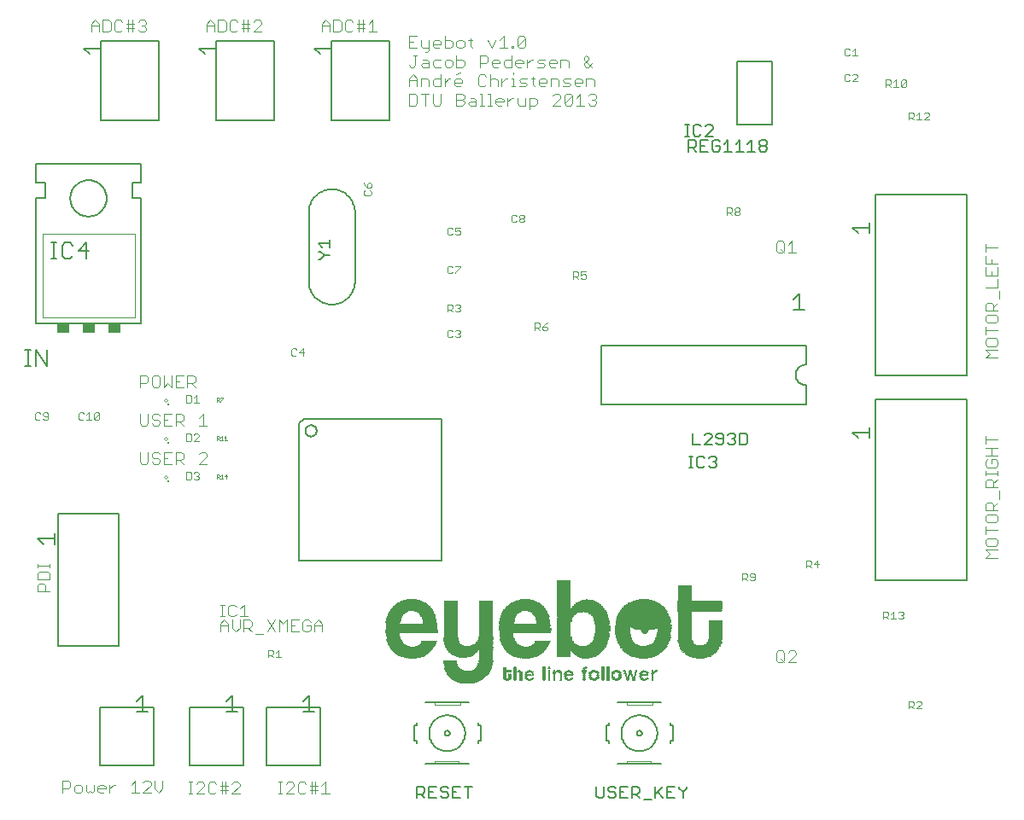
<source format=gto>
G75*
G70*
%OFA0B0*%
%FSLAX24Y24*%
%IPPOS*%
%LPD*%
%AMOC8*
5,1,8,0,0,1.08239X$1,22.5*
%
%ADD10C,0.0060*%
%ADD11C,0.0040*%
%ADD12C,0.0050*%
%ADD13C,0.0080*%
%ADD14C,0.0030*%
%ADD15C,0.0020*%
%ADD16R,0.0500X0.0350*%
%ADD17C,0.0070*%
%ADD18C,0.0025*%
%ADD19C,0.0098*%
%ADD20R,0.0015X0.0015*%
%ADD21R,0.0180X0.0015*%
%ADD22R,0.0450X0.0015*%
%ADD23R,0.0585X0.0015*%
%ADD24R,0.0705X0.0015*%
%ADD25R,0.0795X0.0015*%
%ADD26R,0.0870X0.0015*%
%ADD27R,0.0960X0.0015*%
%ADD28R,0.1020X0.0015*%
%ADD29R,0.0030X0.0015*%
%ADD30R,0.1080X0.0015*%
%ADD31R,0.0150X0.0015*%
%ADD32R,0.0090X0.0015*%
%ADD33R,0.0105X0.0015*%
%ADD34R,0.0165X0.0015*%
%ADD35R,0.0045X0.0015*%
%ADD36R,0.1125X0.0015*%
%ADD37R,0.0210X0.0015*%
%ADD38R,0.0225X0.0015*%
%ADD39R,0.1170X0.0015*%
%ADD40R,0.0240X0.0015*%
%ADD41R,0.0255X0.0015*%
%ADD42R,0.1200X0.0015*%
%ADD43R,0.0270X0.0015*%
%ADD44R,0.0285X0.0015*%
%ADD45R,0.0120X0.0015*%
%ADD46R,0.1260X0.0015*%
%ADD47R,0.0315X0.0015*%
%ADD48R,0.0135X0.0015*%
%ADD49R,0.1290X0.0015*%
%ADD50R,0.1335X0.0015*%
%ADD51R,0.1365X0.0015*%
%ADD52R,0.1395X0.0015*%
%ADD53R,0.0075X0.0015*%
%ADD54R,0.1425X0.0015*%
%ADD55R,0.1455X0.0015*%
%ADD56R,0.1485X0.0015*%
%ADD57R,0.1515X0.0015*%
%ADD58R,0.0360X0.0015*%
%ADD59R,0.1530X0.0015*%
%ADD60R,0.0060X0.0015*%
%ADD61R,0.1560X0.0015*%
%ADD62R,0.1590X0.0015*%
%ADD63R,0.1605X0.0015*%
%ADD64R,0.1620X0.0015*%
%ADD65R,0.1650X0.0015*%
%ADD66R,0.1680X0.0015*%
%ADD67R,0.1710X0.0015*%
%ADD68R,0.0330X0.0015*%
%ADD69R,0.1740X0.0015*%
%ADD70R,0.0195X0.0015*%
%ADD71R,0.1755X0.0015*%
%ADD72R,0.0765X0.0015*%
%ADD73R,0.0720X0.0015*%
%ADD74R,0.0735X0.0015*%
%ADD75R,0.0690X0.0015*%
%ADD76R,0.0675X0.0015*%
%ADD77R,0.0645X0.0015*%
%ADD78R,0.0615X0.0015*%
%ADD79R,0.0660X0.0015*%
%ADD80R,0.0600X0.0015*%
%ADD81R,0.0630X0.0015*%
%ADD82R,0.0570X0.0015*%
%ADD83R,0.0555X0.0015*%
%ADD84R,0.0540X0.0015*%
%ADD85R,0.0525X0.0015*%
%ADD86R,0.0300X0.0015*%
%ADD87R,0.0345X0.0015*%
%ADD88R,0.0435X0.0015*%
%ADD89R,0.0510X0.0015*%
%ADD90R,0.0855X0.0015*%
%ADD91R,0.0840X0.0015*%
%ADD92R,0.0915X0.0015*%
%ADD93R,0.0930X0.0015*%
%ADD94R,0.0990X0.0015*%
%ADD95R,0.1050X0.0015*%
%ADD96R,0.0750X0.0015*%
%ADD97R,0.0825X0.0015*%
%ADD98R,0.1095X0.0015*%
%ADD99R,0.1110X0.0015*%
%ADD100R,0.0885X0.0015*%
%ADD101R,0.1155X0.0015*%
%ADD102R,0.1140X0.0015*%
%ADD103R,0.1185X0.0015*%
%ADD104R,0.1215X0.0015*%
%ADD105R,0.1245X0.0015*%
%ADD106R,0.0945X0.0015*%
%ADD107R,0.1275X0.0015*%
%ADD108R,0.0975X0.0015*%
%ADD109R,0.1320X0.0015*%
%ADD110R,0.1005X0.0015*%
%ADD111R,0.1065X0.0015*%
%ADD112R,0.1350X0.0015*%
%ADD113R,0.1440X0.0015*%
%ADD114R,0.1470X0.0015*%
%ADD115R,0.1500X0.0015*%
%ADD116R,0.1305X0.0015*%
%ADD117R,0.1230X0.0015*%
%ADD118R,0.1380X0.0015*%
%ADD119R,0.1545X0.0015*%
%ADD120R,0.1410X0.0015*%
%ADD121R,0.1575X0.0015*%
%ADD122R,0.1815X0.0015*%
%ADD123R,0.1800X0.0015*%
%ADD124R,0.1830X0.0015*%
%ADD125R,0.1845X0.0015*%
%ADD126R,0.1665X0.0015*%
%ADD127R,0.1635X0.0015*%
%ADD128R,0.1695X0.0015*%
%ADD129R,0.1860X0.0015*%
%ADD130R,0.1875X0.0015*%
%ADD131R,0.1890X0.0015*%
%ADD132R,0.1770X0.0015*%
%ADD133R,0.1725X0.0015*%
%ADD134R,0.1785X0.0015*%
%ADD135R,0.1905X0.0015*%
%ADD136R,0.0780X0.0015*%
%ADD137R,0.0810X0.0015*%
%ADD138R,0.2025X0.0015*%
%ADD139R,0.2040X0.0015*%
%ADD140R,0.0465X0.0015*%
%ADD141R,0.2190X0.0015*%
%ADD142R,0.2010X0.0015*%
%ADD143R,0.2175X0.0015*%
%ADD144R,0.2160X0.0015*%
%ADD145R,0.1995X0.0015*%
%ADD146R,0.2145X0.0015*%
%ADD147R,0.2130X0.0015*%
%ADD148R,0.2115X0.0015*%
%ADD149R,0.2100X0.0015*%
%ADD150R,0.2085X0.0015*%
%ADD151R,0.2070X0.0015*%
%ADD152R,0.2055X0.0015*%
%ADD153R,0.1980X0.0015*%
%ADD154R,0.1965X0.0015*%
%ADD155R,0.1950X0.0015*%
%ADD156R,0.1920X0.0015*%
%ADD157R,0.1935X0.0015*%
%ADD158R,0.0900X0.0015*%
%ADD159R,0.0390X0.0015*%
%ADD160R,0.0375X0.0015*%
%ADD161R,0.0405X0.0015*%
%ADD162C,0.0010*%
D10*
X005145Y004090D02*
X005572Y004090D01*
X005359Y004090D02*
X005359Y004731D01*
X005145Y004517D01*
X008645Y004517D02*
X008859Y004731D01*
X008859Y004090D01*
X009072Y004090D02*
X008645Y004090D01*
X011645Y004090D02*
X012072Y004090D01*
X011859Y004090D02*
X011859Y004731D01*
X011645Y004517D01*
X015960Y003560D02*
X015960Y002960D01*
X016060Y002960D01*
X016060Y002860D01*
X016410Y002060D02*
X016760Y002060D01*
X017710Y002060D01*
X018110Y002060D01*
X018460Y002860D02*
X018460Y002960D01*
X018560Y002960D01*
X018560Y003560D01*
X018460Y003560D01*
X018460Y003660D01*
X018110Y004460D02*
X017760Y004460D01*
X016760Y004460D01*
X016410Y004460D01*
X016060Y003660D02*
X016060Y003560D01*
X015960Y003560D01*
X017160Y003260D02*
X017162Y003280D01*
X017168Y003298D01*
X017177Y003316D01*
X017189Y003331D01*
X017204Y003343D01*
X017222Y003352D01*
X017240Y003358D01*
X017260Y003360D01*
X017280Y003358D01*
X017298Y003352D01*
X017316Y003343D01*
X017331Y003331D01*
X017343Y003316D01*
X017352Y003298D01*
X017358Y003280D01*
X017360Y003260D01*
X017358Y003240D01*
X017352Y003222D01*
X017343Y003204D01*
X017331Y003189D01*
X017316Y003177D01*
X017298Y003168D01*
X017280Y003162D01*
X017260Y003160D01*
X017240Y003162D01*
X017222Y003168D01*
X017204Y003177D01*
X017189Y003189D01*
X017177Y003204D01*
X017168Y003222D01*
X017162Y003240D01*
X017160Y003260D01*
X016560Y003260D02*
X016562Y003312D01*
X016568Y003364D01*
X016578Y003416D01*
X016591Y003466D01*
X016608Y003516D01*
X016629Y003564D01*
X016654Y003610D01*
X016682Y003654D01*
X016713Y003696D01*
X016747Y003736D01*
X016784Y003773D01*
X016824Y003807D01*
X016866Y003838D01*
X016910Y003866D01*
X016956Y003891D01*
X017004Y003912D01*
X017054Y003929D01*
X017104Y003942D01*
X017156Y003952D01*
X017208Y003958D01*
X017260Y003960D01*
X017312Y003958D01*
X017364Y003952D01*
X017416Y003942D01*
X017466Y003929D01*
X017516Y003912D01*
X017564Y003891D01*
X017610Y003866D01*
X017654Y003838D01*
X017696Y003807D01*
X017736Y003773D01*
X017773Y003736D01*
X017807Y003696D01*
X017838Y003654D01*
X017866Y003610D01*
X017891Y003564D01*
X017912Y003516D01*
X017929Y003466D01*
X017942Y003416D01*
X017952Y003364D01*
X017958Y003312D01*
X017960Y003260D01*
X017958Y003208D01*
X017952Y003156D01*
X017942Y003104D01*
X017929Y003054D01*
X017912Y003004D01*
X017891Y002956D01*
X017866Y002910D01*
X017838Y002866D01*
X017807Y002824D01*
X017773Y002784D01*
X017736Y002747D01*
X017696Y002713D01*
X017654Y002682D01*
X017610Y002654D01*
X017564Y002629D01*
X017516Y002608D01*
X017466Y002591D01*
X017416Y002578D01*
X017364Y002568D01*
X017312Y002562D01*
X017260Y002560D01*
X017208Y002562D01*
X017156Y002568D01*
X017104Y002578D01*
X017054Y002591D01*
X017004Y002608D01*
X016956Y002629D01*
X016910Y002654D01*
X016866Y002682D01*
X016824Y002713D01*
X016784Y002747D01*
X016747Y002784D01*
X016713Y002824D01*
X016682Y002866D01*
X016654Y002910D01*
X016629Y002956D01*
X016608Y003004D01*
X016591Y003054D01*
X016578Y003104D01*
X016568Y003156D01*
X016562Y003208D01*
X016560Y003260D01*
X023460Y002960D02*
X023560Y002960D01*
X023560Y002860D01*
X023460Y002960D02*
X023460Y003560D01*
X023560Y003560D01*
X023560Y003660D01*
X023910Y004460D02*
X024260Y004460D01*
X025260Y004460D01*
X025610Y004460D01*
X025960Y003660D02*
X025960Y003560D01*
X026060Y003560D01*
X026060Y002960D01*
X025960Y002960D01*
X025960Y002860D01*
X025610Y002060D02*
X025210Y002060D01*
X024260Y002060D01*
X023910Y002060D01*
X024660Y003260D02*
X024662Y003280D01*
X024668Y003298D01*
X024677Y003316D01*
X024689Y003331D01*
X024704Y003343D01*
X024722Y003352D01*
X024740Y003358D01*
X024760Y003360D01*
X024780Y003358D01*
X024798Y003352D01*
X024816Y003343D01*
X024831Y003331D01*
X024843Y003316D01*
X024852Y003298D01*
X024858Y003280D01*
X024860Y003260D01*
X024858Y003240D01*
X024852Y003222D01*
X024843Y003204D01*
X024831Y003189D01*
X024816Y003177D01*
X024798Y003168D01*
X024780Y003162D01*
X024760Y003160D01*
X024740Y003162D01*
X024722Y003168D01*
X024704Y003177D01*
X024689Y003189D01*
X024677Y003204D01*
X024668Y003222D01*
X024662Y003240D01*
X024660Y003260D01*
X024060Y003260D02*
X024062Y003312D01*
X024068Y003364D01*
X024078Y003416D01*
X024091Y003466D01*
X024108Y003516D01*
X024129Y003564D01*
X024154Y003610D01*
X024182Y003654D01*
X024213Y003696D01*
X024247Y003736D01*
X024284Y003773D01*
X024324Y003807D01*
X024366Y003838D01*
X024410Y003866D01*
X024456Y003891D01*
X024504Y003912D01*
X024554Y003929D01*
X024604Y003942D01*
X024656Y003952D01*
X024708Y003958D01*
X024760Y003960D01*
X024812Y003958D01*
X024864Y003952D01*
X024916Y003942D01*
X024966Y003929D01*
X025016Y003912D01*
X025064Y003891D01*
X025110Y003866D01*
X025154Y003838D01*
X025196Y003807D01*
X025236Y003773D01*
X025273Y003736D01*
X025307Y003696D01*
X025338Y003654D01*
X025366Y003610D01*
X025391Y003564D01*
X025412Y003516D01*
X025429Y003466D01*
X025442Y003416D01*
X025452Y003364D01*
X025458Y003312D01*
X025460Y003260D01*
X025458Y003208D01*
X025452Y003156D01*
X025442Y003104D01*
X025429Y003054D01*
X025412Y003004D01*
X025391Y002956D01*
X025366Y002910D01*
X025338Y002866D01*
X025307Y002824D01*
X025273Y002784D01*
X025236Y002747D01*
X025196Y002713D01*
X025154Y002682D01*
X025110Y002654D01*
X025064Y002629D01*
X025016Y002608D01*
X024966Y002591D01*
X024916Y002578D01*
X024864Y002568D01*
X024812Y002562D01*
X024760Y002560D01*
X024708Y002562D01*
X024656Y002568D01*
X024604Y002578D01*
X024554Y002591D01*
X024504Y002608D01*
X024456Y002629D01*
X024410Y002654D01*
X024366Y002682D01*
X024324Y002713D01*
X024284Y002747D01*
X024247Y002784D01*
X024213Y002824D01*
X024182Y002866D01*
X024154Y002910D01*
X024129Y002956D01*
X024108Y003004D01*
X024091Y003054D01*
X024078Y003104D01*
X024068Y003156D01*
X024062Y003208D01*
X024060Y003260D01*
X017030Y009990D02*
X011490Y009990D01*
X011490Y015360D01*
X011660Y015530D01*
X017030Y015530D01*
X017030Y009990D01*
X011725Y015075D02*
X011727Y015104D01*
X011733Y015133D01*
X011742Y015161D01*
X011756Y015187D01*
X011772Y015211D01*
X011792Y015233D01*
X011815Y015252D01*
X011839Y015268D01*
X011866Y015280D01*
X011894Y015289D01*
X011923Y015294D01*
X011952Y015295D01*
X011982Y015292D01*
X012010Y015285D01*
X012038Y015275D01*
X012063Y015260D01*
X012087Y015243D01*
X012108Y015223D01*
X012126Y015200D01*
X012141Y015174D01*
X012153Y015147D01*
X012161Y015119D01*
X012165Y015090D01*
X012165Y015060D01*
X012161Y015031D01*
X012153Y015003D01*
X012141Y014976D01*
X012126Y014950D01*
X012108Y014927D01*
X012087Y014907D01*
X012063Y014890D01*
X012038Y014875D01*
X012010Y014865D01*
X011982Y014858D01*
X011952Y014855D01*
X011923Y014856D01*
X011894Y014861D01*
X011866Y014870D01*
X011839Y014882D01*
X011815Y014898D01*
X011792Y014917D01*
X011772Y014939D01*
X011756Y014963D01*
X011742Y014989D01*
X011733Y015017D01*
X011727Y015046D01*
X011725Y015075D01*
X005310Y019260D02*
X005310Y024160D01*
X004960Y024160D01*
X004960Y024760D01*
X005310Y024760D01*
X005310Y025510D01*
X001210Y025510D01*
X001210Y024760D01*
X001560Y024760D01*
X001560Y024160D01*
X001210Y024160D01*
X001210Y019260D01*
X005310Y019260D01*
X001647Y018231D02*
X001647Y017590D01*
X001220Y018231D01*
X001220Y017590D01*
X001004Y017590D02*
X000790Y017590D01*
X000897Y017590D02*
X000897Y018231D01*
X000790Y018231D02*
X001004Y018231D01*
X002550Y024160D02*
X002552Y024213D01*
X002558Y024266D01*
X002568Y024318D01*
X002582Y024369D01*
X002599Y024419D01*
X002620Y024468D01*
X002645Y024515D01*
X002673Y024560D01*
X002705Y024603D01*
X002740Y024643D01*
X002777Y024680D01*
X002817Y024715D01*
X002860Y024747D01*
X002905Y024775D01*
X002952Y024800D01*
X003001Y024821D01*
X003051Y024838D01*
X003102Y024852D01*
X003154Y024862D01*
X003207Y024868D01*
X003260Y024870D01*
X003313Y024868D01*
X003366Y024862D01*
X003418Y024852D01*
X003469Y024838D01*
X003519Y024821D01*
X003568Y024800D01*
X003615Y024775D01*
X003660Y024747D01*
X003703Y024715D01*
X003743Y024680D01*
X003780Y024643D01*
X003815Y024603D01*
X003847Y024560D01*
X003875Y024515D01*
X003900Y024468D01*
X003921Y024419D01*
X003938Y024369D01*
X003952Y024318D01*
X003962Y024266D01*
X003968Y024213D01*
X003970Y024160D01*
X003968Y024107D01*
X003962Y024054D01*
X003952Y024002D01*
X003938Y023951D01*
X003921Y023901D01*
X003900Y023852D01*
X003875Y023805D01*
X003847Y023760D01*
X003815Y023717D01*
X003780Y023677D01*
X003743Y023640D01*
X003703Y023605D01*
X003660Y023573D01*
X003615Y023545D01*
X003568Y023520D01*
X003519Y023499D01*
X003469Y023482D01*
X003418Y023468D01*
X003366Y023458D01*
X003313Y023452D01*
X003260Y023450D01*
X003207Y023452D01*
X003154Y023458D01*
X003102Y023468D01*
X003051Y023482D01*
X003001Y023499D01*
X002952Y023520D01*
X002905Y023545D01*
X002860Y023573D01*
X002817Y023605D01*
X002777Y023640D01*
X002740Y023677D01*
X002705Y023717D01*
X002673Y023760D01*
X002645Y023805D01*
X002620Y023852D01*
X002599Y023901D01*
X002582Y023951D01*
X002568Y024002D01*
X002558Y024054D01*
X002552Y024107D01*
X002550Y024160D01*
X003303Y029790D02*
X003089Y030004D01*
X003730Y030004D01*
X003730Y030217D02*
X003730Y029790D01*
X007589Y030004D02*
X008230Y030004D01*
X008230Y030217D02*
X008230Y029790D01*
X007803Y029790D02*
X007589Y030004D01*
X012089Y030004D02*
X012730Y030004D01*
X012730Y030217D02*
X012730Y029790D01*
X012303Y029790D02*
X012089Y030004D01*
X023260Y018410D02*
X023260Y016110D01*
X031260Y016110D01*
X031260Y016860D01*
X031221Y016862D01*
X031182Y016868D01*
X031144Y016877D01*
X031107Y016890D01*
X031071Y016907D01*
X031038Y016927D01*
X031006Y016951D01*
X030977Y016977D01*
X030951Y017006D01*
X030927Y017038D01*
X030907Y017071D01*
X030890Y017107D01*
X030877Y017144D01*
X030868Y017182D01*
X030862Y017221D01*
X030860Y017260D01*
X030862Y017299D01*
X030868Y017338D01*
X030877Y017376D01*
X030890Y017413D01*
X030907Y017449D01*
X030927Y017482D01*
X030951Y017514D01*
X030977Y017543D01*
X031006Y017569D01*
X031038Y017593D01*
X031071Y017613D01*
X031107Y017630D01*
X031144Y017643D01*
X031182Y017652D01*
X031221Y017658D01*
X031260Y017660D01*
X031260Y018410D01*
X023260Y018410D01*
X030790Y019790D02*
X031217Y019790D01*
X031004Y019790D02*
X031004Y020431D01*
X030790Y020217D01*
X033303Y022790D02*
X033089Y023004D01*
X033730Y023004D01*
X033730Y023217D02*
X033730Y022790D01*
X029941Y027030D02*
X028579Y027030D01*
X028579Y029490D01*
X029941Y029490D01*
X029941Y027030D01*
X033730Y015217D02*
X033730Y014790D01*
X033730Y015004D02*
X033089Y015004D01*
X033303Y014790D01*
X001930Y011072D02*
X001930Y010645D01*
X001930Y010859D02*
X001289Y010859D01*
X001503Y010645D01*
D11*
X002241Y001402D02*
X002241Y000941D01*
X002241Y001095D02*
X002471Y001095D01*
X002548Y001172D01*
X002548Y001325D01*
X002471Y001402D01*
X002241Y001402D01*
X002701Y001172D02*
X002701Y001018D01*
X002778Y000941D01*
X002931Y000941D01*
X003008Y001018D01*
X003008Y001172D01*
X002931Y001248D01*
X002778Y001248D01*
X002701Y001172D01*
X003162Y001248D02*
X003162Y001018D01*
X003238Y000941D01*
X003315Y001018D01*
X003392Y000941D01*
X003468Y001018D01*
X003468Y001248D01*
X003622Y001172D02*
X003699Y001248D01*
X003852Y001248D01*
X003929Y001172D01*
X003929Y001095D01*
X003622Y001095D01*
X003622Y001018D02*
X003622Y001172D01*
X003622Y001018D02*
X003699Y000941D01*
X003852Y000941D01*
X004082Y000941D02*
X004082Y001248D01*
X004082Y001095D02*
X004236Y001248D01*
X004313Y001248D01*
X004926Y001248D02*
X005080Y001402D01*
X005080Y000941D01*
X005233Y000941D02*
X004926Y000941D01*
X005387Y000941D02*
X005694Y001248D01*
X005694Y001325D01*
X005617Y001402D01*
X005463Y001402D01*
X005387Y001325D01*
X005847Y001402D02*
X005847Y001095D01*
X006001Y000941D01*
X006154Y001095D01*
X006154Y001402D01*
X005694Y000941D02*
X005387Y000941D01*
X007164Y000898D02*
X007317Y000898D01*
X007241Y000898D02*
X007241Y001359D01*
X007317Y001359D02*
X007164Y001359D01*
X007471Y001282D02*
X007548Y001359D01*
X007701Y001359D01*
X007778Y001282D01*
X007778Y001205D01*
X007471Y000898D01*
X007778Y000898D01*
X007931Y000975D02*
X008008Y000898D01*
X008161Y000898D01*
X008238Y000975D01*
X008392Y001052D02*
X008698Y001052D01*
X008698Y001205D02*
X008622Y001205D01*
X008392Y001205D01*
X008468Y001359D02*
X008468Y000898D01*
X008622Y000898D02*
X008622Y001359D01*
X008852Y001282D02*
X008929Y001359D01*
X009082Y001359D01*
X009159Y001282D01*
X009159Y001205D01*
X008852Y000898D01*
X009159Y000898D01*
X008238Y001282D02*
X008161Y001359D01*
X008008Y001359D01*
X007931Y001282D01*
X007931Y000975D01*
X010664Y000898D02*
X010817Y000898D01*
X010741Y000898D02*
X010741Y001359D01*
X010817Y001359D02*
X010664Y001359D01*
X010971Y001282D02*
X011048Y001359D01*
X011201Y001359D01*
X011278Y001282D01*
X011278Y001205D01*
X010971Y000898D01*
X011278Y000898D01*
X011431Y000975D02*
X011508Y000898D01*
X011661Y000898D01*
X011738Y000975D01*
X011892Y001052D02*
X012198Y001052D01*
X012198Y001205D02*
X012122Y001205D01*
X011892Y001205D01*
X011968Y001359D02*
X011968Y000898D01*
X012122Y000898D02*
X012122Y001359D01*
X012352Y001205D02*
X012505Y001359D01*
X012505Y000898D01*
X012352Y000898D02*
X012659Y000898D01*
X011738Y001282D02*
X011661Y001359D01*
X011508Y001359D01*
X011431Y001282D01*
X011431Y000975D01*
X011467Y007232D02*
X011160Y007232D01*
X011160Y007692D01*
X011467Y007692D01*
X011621Y007616D02*
X011621Y007309D01*
X011698Y007232D01*
X011851Y007232D01*
X011928Y007309D01*
X011928Y007462D01*
X011774Y007462D01*
X011621Y007616D02*
X011698Y007692D01*
X011851Y007692D01*
X011928Y007616D01*
X012081Y007539D02*
X012081Y007232D01*
X012081Y007462D02*
X012388Y007462D01*
X012388Y007539D02*
X012388Y007232D01*
X012388Y007539D02*
X012235Y007692D01*
X012081Y007539D01*
X011314Y007462D02*
X011160Y007462D01*
X011007Y007692D02*
X011007Y007232D01*
X010700Y007232D02*
X010700Y007692D01*
X010854Y007539D01*
X011007Y007692D01*
X010547Y007692D02*
X010240Y007232D01*
X010086Y007155D02*
X009779Y007155D01*
X009626Y007232D02*
X009472Y007385D01*
X009549Y007385D02*
X009319Y007385D01*
X009319Y007232D02*
X009319Y007692D01*
X009549Y007692D01*
X009626Y007616D01*
X009626Y007462D01*
X009549Y007385D01*
X009165Y007385D02*
X009012Y007232D01*
X008859Y007385D01*
X008859Y007692D01*
X008796Y007824D02*
X008949Y007824D01*
X009026Y007901D01*
X009179Y007824D02*
X009486Y007824D01*
X009333Y007824D02*
X009333Y008285D01*
X009179Y008131D01*
X009026Y008208D02*
X008949Y008285D01*
X008796Y008285D01*
X008719Y008208D01*
X008719Y007901D01*
X008796Y007824D01*
X008565Y007824D02*
X008412Y007824D01*
X008489Y007824D02*
X008489Y008285D01*
X008565Y008285D02*
X008412Y008285D01*
X008552Y007692D02*
X008705Y007539D01*
X008705Y007232D01*
X008705Y007462D02*
X008398Y007462D01*
X008398Y007539D02*
X008552Y007692D01*
X008398Y007539D02*
X008398Y007232D01*
X009165Y007385D02*
X009165Y007692D01*
X010240Y007692D02*
X010547Y007232D01*
X007889Y013780D02*
X007582Y013780D01*
X007889Y014087D01*
X007889Y014164D01*
X007812Y014240D01*
X007659Y014240D01*
X007582Y014164D01*
X006968Y014164D02*
X006968Y014010D01*
X006891Y013933D01*
X006661Y013933D01*
X006661Y013780D02*
X006661Y014240D01*
X006891Y014240D01*
X006968Y014164D01*
X006815Y013933D02*
X006968Y013780D01*
X006508Y013780D02*
X006201Y013780D01*
X006201Y014240D01*
X006508Y014240D01*
X006354Y014010D02*
X006201Y014010D01*
X006047Y013933D02*
X006047Y013857D01*
X005971Y013780D01*
X005817Y013780D01*
X005740Y013857D01*
X005587Y013857D02*
X005587Y014240D01*
X005740Y014164D02*
X005740Y014087D01*
X005817Y014010D01*
X005971Y014010D01*
X006047Y013933D01*
X006047Y014164D02*
X005971Y014240D01*
X005817Y014240D01*
X005740Y014164D01*
X005587Y013857D02*
X005510Y013780D01*
X005357Y013780D01*
X005280Y013857D01*
X005280Y014240D01*
X005357Y015280D02*
X005510Y015280D01*
X005587Y015357D01*
X005587Y015740D01*
X005740Y015664D02*
X005740Y015587D01*
X005817Y015510D01*
X005971Y015510D01*
X006047Y015433D01*
X006047Y015357D01*
X005971Y015280D01*
X005817Y015280D01*
X005740Y015357D01*
X005740Y015664D02*
X005817Y015740D01*
X005971Y015740D01*
X006047Y015664D01*
X006201Y015740D02*
X006201Y015280D01*
X006508Y015280D01*
X006661Y015280D02*
X006661Y015740D01*
X006891Y015740D01*
X006968Y015664D01*
X006968Y015510D01*
X006891Y015433D01*
X006661Y015433D01*
X006815Y015433D02*
X006968Y015280D01*
X007582Y015280D02*
X007889Y015280D01*
X007735Y015280D02*
X007735Y015740D01*
X007582Y015587D01*
X006508Y015740D02*
X006201Y015740D01*
X006201Y015510D02*
X006354Y015510D01*
X005357Y015280D02*
X005280Y015357D01*
X005280Y015740D01*
X005280Y016780D02*
X005280Y017240D01*
X005510Y017240D01*
X005587Y017164D01*
X005587Y017010D01*
X005510Y016933D01*
X005280Y016933D01*
X005740Y016857D02*
X005740Y017164D01*
X005817Y017240D01*
X005971Y017240D01*
X006047Y017164D01*
X006047Y016857D01*
X005971Y016780D01*
X005817Y016780D01*
X005740Y016857D01*
X006201Y016780D02*
X006201Y017240D01*
X006508Y017240D02*
X006508Y016780D01*
X006354Y016933D01*
X006201Y016780D01*
X006661Y016780D02*
X006661Y017240D01*
X006968Y017240D01*
X007122Y017240D02*
X007352Y017240D01*
X007428Y017164D01*
X007428Y017010D01*
X007352Y016933D01*
X007122Y016933D01*
X007122Y016780D02*
X007122Y017240D01*
X007275Y016933D02*
X007428Y016780D01*
X006968Y016780D02*
X006661Y016780D01*
X006661Y017010D02*
X006815Y017010D01*
X001740Y009877D02*
X001740Y009723D01*
X001740Y009800D02*
X001280Y009800D01*
X001280Y009723D02*
X001280Y009877D01*
X001356Y009570D02*
X001280Y009493D01*
X001280Y009263D01*
X001740Y009263D01*
X001740Y009493D01*
X001663Y009570D01*
X001356Y009570D01*
X001356Y009109D02*
X001510Y009109D01*
X001587Y009032D01*
X001587Y008802D01*
X001740Y008802D02*
X001280Y008802D01*
X001280Y009032D01*
X001356Y009109D01*
X015780Y027780D02*
X016010Y027780D01*
X016087Y027857D01*
X016087Y028164D01*
X016010Y028240D01*
X015780Y028240D01*
X015780Y027780D01*
X016394Y027780D02*
X016394Y028240D01*
X016547Y028240D02*
X016240Y028240D01*
X016240Y028530D02*
X016240Y028837D01*
X016471Y028837D01*
X016547Y028760D01*
X016547Y028530D01*
X016701Y028607D02*
X016701Y028760D01*
X016778Y028837D01*
X017008Y028837D01*
X017161Y028837D02*
X017161Y028530D01*
X017008Y028530D02*
X016778Y028530D01*
X016701Y028607D01*
X017008Y028530D02*
X017008Y028990D01*
X017008Y029280D02*
X016778Y029280D01*
X016701Y029357D01*
X016701Y029510D01*
X016778Y029587D01*
X017008Y029587D01*
X017161Y029510D02*
X017161Y029357D01*
X017238Y029280D01*
X017391Y029280D01*
X017468Y029357D01*
X017468Y029510D01*
X017391Y029587D01*
X017238Y029587D01*
X017161Y029510D01*
X017161Y030030D02*
X017391Y030030D01*
X017468Y030107D01*
X017468Y030260D01*
X017391Y030337D01*
X017161Y030337D01*
X017161Y030490D02*
X017161Y030030D01*
X017008Y030183D02*
X016701Y030183D01*
X016701Y030107D02*
X016701Y030260D01*
X016778Y030337D01*
X016931Y030337D01*
X017008Y030260D01*
X017008Y030183D01*
X016931Y030030D02*
X016778Y030030D01*
X016701Y030107D01*
X016547Y030030D02*
X016317Y030030D01*
X016240Y030107D01*
X016240Y030337D01*
X016087Y030490D02*
X015780Y030490D01*
X015780Y030030D01*
X016087Y030030D01*
X015933Y030260D02*
X015780Y030260D01*
X016394Y029877D02*
X016471Y029877D01*
X016547Y029953D01*
X016547Y030337D01*
X016087Y029740D02*
X015933Y029740D01*
X016010Y029740D02*
X016010Y029357D01*
X015933Y029280D01*
X015857Y029280D01*
X015780Y029357D01*
X015933Y028990D02*
X016087Y028837D01*
X016087Y028530D01*
X016087Y028760D02*
X015780Y028760D01*
X015780Y028837D02*
X015780Y028530D01*
X015780Y028837D02*
X015933Y028990D01*
X016240Y029357D02*
X016317Y029433D01*
X016547Y029433D01*
X016547Y029510D02*
X016547Y029280D01*
X016317Y029280D01*
X016240Y029357D01*
X016317Y029587D02*
X016471Y029587D01*
X016547Y029510D01*
X017315Y028837D02*
X017391Y028837D01*
X017315Y028837D02*
X017161Y028683D01*
X017545Y028683D02*
X017852Y028683D01*
X017852Y028760D01*
X017775Y028837D01*
X017622Y028837D01*
X017545Y028760D01*
X017545Y028607D01*
X017622Y028530D01*
X017775Y028530D01*
X017852Y028240D02*
X017928Y028164D01*
X017928Y028087D01*
X017852Y028010D01*
X017622Y028010D01*
X017852Y028010D02*
X017928Y027933D01*
X017928Y027857D01*
X017852Y027780D01*
X017622Y027780D01*
X017622Y028240D01*
X017852Y028240D01*
X018159Y028087D02*
X018312Y028087D01*
X018389Y028010D01*
X018389Y027780D01*
X018159Y027780D01*
X018082Y027857D01*
X018159Y027933D01*
X018389Y027933D01*
X018542Y027780D02*
X018696Y027780D01*
X018619Y027780D02*
X018619Y028240D01*
X018542Y028240D01*
X018542Y028530D02*
X018696Y028530D01*
X018773Y028607D01*
X018926Y028530D02*
X018926Y028990D01*
X019003Y028837D02*
X019156Y028837D01*
X019233Y028760D01*
X019233Y028530D01*
X019386Y028530D02*
X019386Y028837D01*
X019386Y028683D02*
X019540Y028837D01*
X019617Y028837D01*
X019770Y028837D02*
X019847Y028837D01*
X019847Y028530D01*
X019770Y028530D02*
X019924Y028530D01*
X020077Y028530D02*
X020307Y028530D01*
X020384Y028607D01*
X020307Y028683D01*
X020154Y028683D01*
X020077Y028760D01*
X020154Y028837D01*
X020384Y028837D01*
X020537Y028837D02*
X020691Y028837D01*
X020614Y028914D02*
X020614Y028607D01*
X020691Y028530D01*
X020844Y028607D02*
X020844Y028760D01*
X020921Y028837D01*
X021075Y028837D01*
X021151Y028760D01*
X021151Y028683D01*
X020844Y028683D01*
X020844Y028607D02*
X020921Y028530D01*
X021075Y028530D01*
X021305Y028530D02*
X021305Y028837D01*
X021535Y028837D01*
X021612Y028760D01*
X021612Y028530D01*
X021765Y028530D02*
X021995Y028530D01*
X022072Y028607D01*
X021995Y028683D01*
X021842Y028683D01*
X021765Y028760D01*
X021842Y028837D01*
X022072Y028837D01*
X022225Y028760D02*
X022302Y028837D01*
X022456Y028837D01*
X022532Y028760D01*
X022532Y028683D01*
X022225Y028683D01*
X022225Y028607D02*
X022225Y028760D01*
X022225Y028607D02*
X022302Y028530D01*
X022456Y028530D01*
X022686Y028530D02*
X022686Y028837D01*
X022916Y028837D01*
X022993Y028760D01*
X022993Y028530D01*
X022993Y028240D02*
X023070Y028164D01*
X023070Y028087D01*
X022993Y028010D01*
X023070Y027933D01*
X023070Y027857D01*
X022993Y027780D01*
X022839Y027780D01*
X022763Y027857D01*
X022609Y027780D02*
X022302Y027780D01*
X022456Y027780D02*
X022456Y028240D01*
X022302Y028087D01*
X022149Y028164D02*
X021842Y027857D01*
X021919Y027780D01*
X022072Y027780D01*
X022149Y027857D01*
X022149Y028164D01*
X022072Y028240D01*
X021919Y028240D01*
X021842Y028164D01*
X021842Y027857D01*
X021688Y027780D02*
X021381Y027780D01*
X021688Y028087D01*
X021688Y028164D01*
X021612Y028240D01*
X021458Y028240D01*
X021381Y028164D01*
X020768Y028010D02*
X020768Y027857D01*
X020691Y027780D01*
X020461Y027780D01*
X020461Y027627D02*
X020461Y028087D01*
X020691Y028087D01*
X020768Y028010D01*
X020307Y028087D02*
X020307Y027780D01*
X020077Y027780D01*
X020000Y027857D01*
X020000Y028087D01*
X019847Y028087D02*
X019770Y028087D01*
X019617Y027933D01*
X019617Y027780D02*
X019617Y028087D01*
X019463Y028010D02*
X019463Y027933D01*
X019156Y027933D01*
X019156Y027857D02*
X019156Y028010D01*
X019233Y028087D01*
X019386Y028087D01*
X019463Y028010D01*
X019386Y027780D02*
X019233Y027780D01*
X019156Y027857D01*
X019003Y027780D02*
X018849Y027780D01*
X018926Y027780D02*
X018926Y028240D01*
X018849Y028240D01*
X018542Y028530D02*
X018466Y028607D01*
X018466Y028914D01*
X018542Y028990D01*
X018696Y028990D01*
X018773Y028914D01*
X018926Y028760D02*
X019003Y028837D01*
X019079Y029280D02*
X019003Y029357D01*
X019003Y029510D01*
X019079Y029587D01*
X019233Y029587D01*
X019310Y029510D01*
X019310Y029433D01*
X019003Y029433D01*
X019079Y029280D02*
X019233Y029280D01*
X019463Y029357D02*
X019463Y029510D01*
X019540Y029587D01*
X019770Y029587D01*
X019770Y029740D02*
X019770Y029280D01*
X019540Y029280D01*
X019463Y029357D01*
X019924Y029357D02*
X019924Y029510D01*
X020000Y029587D01*
X020154Y029587D01*
X020230Y029510D01*
X020230Y029433D01*
X019924Y029433D01*
X019924Y029357D02*
X020000Y029280D01*
X020154Y029280D01*
X020384Y029280D02*
X020384Y029587D01*
X020537Y029587D02*
X020384Y029433D01*
X020537Y029587D02*
X020614Y029587D01*
X020768Y029510D02*
X020844Y029587D01*
X021075Y029587D01*
X021228Y029510D02*
X021228Y029357D01*
X021305Y029280D01*
X021458Y029280D01*
X021535Y029433D02*
X021228Y029433D01*
X021228Y029510D02*
X021305Y029587D01*
X021458Y029587D01*
X021535Y029510D01*
X021535Y029433D01*
X021688Y029280D02*
X021688Y029587D01*
X021919Y029587D01*
X021995Y029510D01*
X021995Y029280D01*
X022609Y029357D02*
X022609Y029433D01*
X022763Y029587D01*
X022763Y029664D01*
X022686Y029740D01*
X022609Y029664D01*
X022609Y029587D01*
X022916Y029280D01*
X022916Y029433D02*
X022763Y029280D01*
X022686Y029280D01*
X022609Y029357D01*
X022839Y028240D02*
X022993Y028240D01*
X022839Y028240D02*
X022763Y028164D01*
X022916Y028010D02*
X022993Y028010D01*
X021075Y029357D02*
X020998Y029433D01*
X020844Y029433D01*
X020768Y029510D01*
X020768Y029280D02*
X020998Y029280D01*
X021075Y029357D01*
X020307Y030107D02*
X020230Y030030D01*
X020077Y030030D01*
X020000Y030107D01*
X020307Y030414D01*
X020307Y030107D01*
X020307Y030414D02*
X020230Y030490D01*
X020077Y030490D01*
X020000Y030414D01*
X020000Y030107D01*
X019847Y030107D02*
X019847Y030030D01*
X019770Y030030D01*
X019770Y030107D01*
X019847Y030107D01*
X019617Y030030D02*
X019310Y030030D01*
X019463Y030030D02*
X019463Y030490D01*
X019310Y030337D01*
X019156Y030337D02*
X019003Y030030D01*
X018849Y030337D01*
X018773Y029740D02*
X018849Y029664D01*
X018849Y029510D01*
X018773Y029433D01*
X018542Y029433D01*
X018542Y029280D02*
X018542Y029740D01*
X018773Y029740D01*
X018235Y030030D02*
X018159Y030107D01*
X018159Y030414D01*
X018082Y030337D02*
X018235Y030337D01*
X017928Y030260D02*
X017852Y030337D01*
X017698Y030337D01*
X017622Y030260D01*
X017622Y030107D01*
X017698Y030030D01*
X017852Y030030D01*
X017928Y030107D01*
X017928Y030260D01*
X017622Y029740D02*
X017622Y029280D01*
X017852Y029280D01*
X017928Y029357D01*
X017928Y029510D01*
X017852Y029587D01*
X017622Y029587D01*
X017775Y029067D02*
X017622Y028990D01*
X017008Y028240D02*
X017008Y027857D01*
X016931Y027780D01*
X016778Y027780D01*
X016701Y027857D01*
X016701Y028240D01*
X014508Y030664D02*
X014201Y030664D01*
X014355Y030664D02*
X014355Y031124D01*
X014201Y030971D01*
X014048Y030971D02*
X013971Y030971D01*
X013741Y030971D01*
X013741Y030817D02*
X014048Y030817D01*
X013971Y030664D02*
X013971Y031124D01*
X013818Y031124D02*
X013818Y030664D01*
X013588Y030741D02*
X013511Y030664D01*
X013357Y030664D01*
X013281Y030741D01*
X013281Y031048D01*
X013357Y031124D01*
X013511Y031124D01*
X013588Y031048D01*
X013127Y031048D02*
X013051Y031124D01*
X012820Y031124D01*
X012820Y030664D01*
X013051Y030664D01*
X013127Y030741D01*
X013127Y031048D01*
X012667Y030971D02*
X012667Y030664D01*
X012667Y030894D02*
X012360Y030894D01*
X012360Y030971D02*
X012513Y031124D01*
X012667Y030971D01*
X012360Y030971D02*
X012360Y030664D01*
X010008Y030664D02*
X009701Y030664D01*
X010008Y030971D01*
X010008Y031048D01*
X009932Y031124D01*
X009778Y031124D01*
X009701Y031048D01*
X009548Y030971D02*
X009471Y030971D01*
X009241Y030971D01*
X009241Y030817D02*
X009548Y030817D01*
X009471Y030664D02*
X009471Y031124D01*
X009318Y031124D02*
X009318Y030664D01*
X009088Y030741D02*
X009011Y030664D01*
X008857Y030664D01*
X008781Y030741D01*
X008781Y031048D01*
X008857Y031124D01*
X009011Y031124D01*
X009088Y031048D01*
X008627Y031048D02*
X008551Y031124D01*
X008320Y031124D01*
X008320Y030664D01*
X008551Y030664D01*
X008627Y030741D01*
X008627Y031048D01*
X008167Y030971D02*
X008167Y030664D01*
X008167Y030894D02*
X007860Y030894D01*
X007860Y030971D02*
X008013Y031124D01*
X008167Y030971D01*
X007860Y030971D02*
X007860Y030664D01*
X005508Y030741D02*
X005432Y030664D01*
X005278Y030664D01*
X005201Y030741D01*
X005048Y030817D02*
X004741Y030817D01*
X004741Y030971D02*
X004971Y030971D01*
X005048Y030971D01*
X004971Y031124D02*
X004971Y030664D01*
X004818Y030664D02*
X004818Y031124D01*
X004588Y031048D02*
X004511Y031124D01*
X004357Y031124D01*
X004281Y031048D01*
X004281Y030741D01*
X004357Y030664D01*
X004511Y030664D01*
X004588Y030741D01*
X004127Y030741D02*
X004051Y030664D01*
X003820Y030664D01*
X003820Y031124D01*
X004051Y031124D01*
X004127Y031048D01*
X004127Y030741D01*
X003667Y030664D02*
X003667Y030971D01*
X003513Y031124D01*
X003360Y030971D01*
X003360Y030664D01*
X003360Y030894D02*
X003667Y030894D01*
X005201Y031048D02*
X005278Y031124D01*
X005432Y031124D01*
X005508Y031048D01*
X005508Y030971D01*
X005432Y030894D01*
X005508Y030817D01*
X005508Y030741D01*
X005432Y030894D02*
X005355Y030894D01*
X019847Y029067D02*
X019847Y028990D01*
X030109Y022414D02*
X030186Y022490D01*
X030339Y022490D01*
X030416Y022414D01*
X030416Y022107D01*
X030339Y022030D01*
X030186Y022030D01*
X030109Y022107D01*
X030109Y022414D01*
X030263Y022183D02*
X030416Y022030D01*
X030570Y022030D02*
X030877Y022030D01*
X030723Y022030D02*
X030723Y022490D01*
X030570Y022337D01*
X038280Y022377D02*
X038280Y022070D01*
X038280Y022223D02*
X038740Y022223D01*
X038280Y021916D02*
X038280Y021609D01*
X038740Y021609D01*
X038740Y021456D02*
X038740Y021149D01*
X038280Y021149D01*
X038280Y021456D01*
X038510Y021609D02*
X038510Y021763D01*
X038510Y021302D02*
X038510Y021149D01*
X038740Y020995D02*
X038740Y020688D01*
X038280Y020688D01*
X038817Y020535D02*
X038817Y020228D01*
X038740Y020075D02*
X038587Y019921D01*
X038587Y019998D02*
X038587Y019768D01*
X038740Y019768D02*
X038280Y019768D01*
X038280Y019998D01*
X038356Y020075D01*
X038510Y020075D01*
X038587Y019998D01*
X038663Y019614D02*
X038356Y019614D01*
X038280Y019537D01*
X038280Y019384D01*
X038356Y019307D01*
X038663Y019307D01*
X038740Y019384D01*
X038740Y019537D01*
X038663Y019614D01*
X038280Y019154D02*
X038280Y018847D01*
X038280Y019000D02*
X038740Y019000D01*
X038663Y018693D02*
X038356Y018693D01*
X038280Y018617D01*
X038280Y018463D01*
X038356Y018386D01*
X038663Y018386D01*
X038740Y018463D01*
X038740Y018617D01*
X038663Y018693D01*
X038740Y018233D02*
X038280Y018233D01*
X038433Y018080D01*
X038280Y017926D01*
X038740Y017926D01*
X038280Y014877D02*
X038280Y014570D01*
X038280Y014723D02*
X038740Y014723D01*
X038740Y014416D02*
X038280Y014416D01*
X038510Y014416D02*
X038510Y014109D01*
X038510Y013956D02*
X038510Y013802D01*
X038510Y013956D02*
X038663Y013956D01*
X038740Y013879D01*
X038740Y013726D01*
X038663Y013649D01*
X038356Y013649D01*
X038280Y013726D01*
X038280Y013879D01*
X038356Y013956D01*
X038280Y014109D02*
X038740Y014109D01*
X038740Y013495D02*
X038740Y013342D01*
X038740Y013419D02*
X038280Y013419D01*
X038280Y013495D02*
X038280Y013342D01*
X038356Y013188D02*
X038510Y013188D01*
X038587Y013112D01*
X038587Y012881D01*
X038740Y012881D02*
X038280Y012881D01*
X038280Y013112D01*
X038356Y013188D01*
X038587Y013035D02*
X038740Y013188D01*
X038817Y012728D02*
X038817Y012421D01*
X038740Y012268D02*
X038587Y012114D01*
X038587Y012191D02*
X038587Y011961D01*
X038740Y011961D02*
X038280Y011961D01*
X038280Y012191D01*
X038356Y012268D01*
X038510Y012268D01*
X038587Y012191D01*
X038663Y011807D02*
X038356Y011807D01*
X038280Y011731D01*
X038280Y011577D01*
X038356Y011500D01*
X038663Y011500D01*
X038740Y011577D01*
X038740Y011731D01*
X038663Y011807D01*
X038280Y011347D02*
X038280Y011040D01*
X038280Y011193D02*
X038740Y011193D01*
X038663Y010886D02*
X038356Y010886D01*
X038280Y010810D01*
X038280Y010656D01*
X038356Y010580D01*
X038663Y010580D01*
X038740Y010656D01*
X038740Y010810D01*
X038663Y010886D01*
X038740Y010426D02*
X038280Y010426D01*
X038433Y010273D01*
X038280Y010119D01*
X038740Y010119D01*
X030877Y006414D02*
X030877Y006337D01*
X030570Y006030D01*
X030877Y006030D01*
X030416Y006030D02*
X030263Y006183D01*
X030339Y006030D02*
X030186Y006030D01*
X030109Y006107D01*
X030109Y006414D01*
X030186Y006490D01*
X030339Y006490D01*
X030416Y006414D01*
X030416Y006107D01*
X030339Y006030D01*
X030570Y006414D02*
X030646Y006490D01*
X030800Y006490D01*
X030877Y006414D01*
D12*
X033979Y009225D02*
X033979Y016295D01*
X037541Y016295D01*
X037541Y009225D01*
X033979Y009225D01*
X027775Y013710D02*
X027775Y013785D01*
X027700Y013860D01*
X027625Y013860D01*
X027700Y013860D02*
X027775Y013935D01*
X027775Y014010D01*
X027700Y014085D01*
X027550Y014085D01*
X027475Y014010D01*
X027314Y014010D02*
X027239Y014085D01*
X027089Y014085D01*
X027014Y014010D01*
X027014Y013710D01*
X027089Y013635D01*
X027239Y013635D01*
X027314Y013710D01*
X027475Y013710D02*
X027550Y013635D01*
X027700Y013635D01*
X027775Y013710D01*
X026857Y013635D02*
X026707Y013635D01*
X026782Y013635D02*
X026782Y014085D01*
X026707Y014085D02*
X026857Y014085D01*
X026835Y014535D02*
X027135Y014535D01*
X027295Y014535D02*
X027596Y014835D01*
X027596Y014910D01*
X027521Y014985D01*
X027370Y014985D01*
X027295Y014910D01*
X027295Y014535D02*
X027596Y014535D01*
X027756Y014610D02*
X027831Y014535D01*
X027981Y014535D01*
X028056Y014610D01*
X028056Y014910D01*
X027981Y014985D01*
X027831Y014985D01*
X027756Y014910D01*
X027756Y014835D01*
X027831Y014760D01*
X028056Y014760D01*
X028216Y014610D02*
X028291Y014535D01*
X028441Y014535D01*
X028516Y014610D01*
X028516Y014685D01*
X028441Y014760D01*
X028366Y014760D01*
X028441Y014760D02*
X028516Y014835D01*
X028516Y014910D01*
X028441Y014985D01*
X028291Y014985D01*
X028216Y014910D01*
X028677Y014985D02*
X028677Y014535D01*
X028902Y014535D01*
X028977Y014610D01*
X028977Y014910D01*
X028902Y014985D01*
X028677Y014985D01*
X026835Y014985D02*
X026835Y014535D01*
X033979Y017225D02*
X033979Y024295D01*
X037541Y024295D01*
X037541Y017225D01*
X033979Y017225D01*
X029673Y025985D02*
X029522Y025985D01*
X029447Y026060D01*
X029447Y026135D01*
X029522Y026210D01*
X029673Y026210D01*
X029748Y026135D01*
X029748Y026060D01*
X029673Y025985D01*
X029673Y026210D02*
X029748Y026285D01*
X029748Y026360D01*
X029673Y026435D01*
X029522Y026435D01*
X029447Y026360D01*
X029447Y026285D01*
X029522Y026210D01*
X029287Y025985D02*
X028987Y025985D01*
X029137Y025985D02*
X029137Y026435D01*
X028987Y026285D01*
X028827Y025985D02*
X028527Y025985D01*
X028677Y025985D02*
X028677Y026435D01*
X028527Y026285D01*
X028366Y025985D02*
X028066Y025985D01*
X028216Y025985D02*
X028216Y026435D01*
X028066Y026285D01*
X027906Y026210D02*
X027756Y026210D01*
X027906Y026210D02*
X027906Y026060D01*
X027831Y025985D01*
X027681Y025985D01*
X027606Y026060D01*
X027606Y026360D01*
X027681Y026435D01*
X027831Y026435D01*
X027906Y026360D01*
X027625Y026585D02*
X027325Y026585D01*
X027625Y026885D01*
X027625Y026960D01*
X027550Y027035D01*
X027400Y027035D01*
X027325Y026960D01*
X027164Y026960D02*
X027089Y027035D01*
X026939Y027035D01*
X026864Y026960D01*
X026864Y026660D01*
X026939Y026585D01*
X027089Y026585D01*
X027164Y026660D01*
X027145Y026435D02*
X027145Y025985D01*
X027446Y025985D01*
X027296Y026210D02*
X027145Y026210D01*
X026985Y026210D02*
X026910Y026135D01*
X026685Y026135D01*
X026685Y025985D02*
X026685Y026435D01*
X026910Y026435D01*
X026985Y026360D01*
X026985Y026210D01*
X026835Y026135D02*
X026985Y025985D01*
X027145Y026435D02*
X027446Y026435D01*
X026707Y026585D02*
X026557Y026585D01*
X026632Y026585D02*
X026632Y027035D01*
X026557Y027035D02*
X026707Y027035D01*
X015020Y027201D02*
X012736Y027201D01*
X012736Y030319D01*
X015020Y030319D01*
X015020Y027201D01*
X010520Y027201D02*
X008236Y027201D01*
X008236Y030319D01*
X010520Y030319D01*
X010520Y027201D01*
X006020Y027201D02*
X003736Y027201D01*
X003736Y030319D01*
X006020Y030319D01*
X006020Y027201D01*
X012235Y022396D02*
X012685Y022396D01*
X012685Y022546D02*
X012685Y022245D01*
X012385Y022245D02*
X012235Y022396D01*
X012235Y022085D02*
X012310Y022085D01*
X012460Y021935D01*
X012685Y021935D01*
X012460Y021935D02*
X012310Y021785D01*
X012235Y021785D01*
X004441Y011833D02*
X002079Y011833D01*
X002079Y006687D01*
X004441Y006687D01*
X004441Y011833D01*
X003701Y004284D02*
X003701Y002000D01*
X005819Y002000D01*
X005819Y004284D01*
X003701Y004284D01*
X007201Y004284D02*
X007201Y002000D01*
X009319Y002000D01*
X009319Y004284D01*
X007201Y004284D01*
X010201Y004284D02*
X010201Y002000D01*
X012319Y002000D01*
X012319Y004284D01*
X010201Y004284D01*
X016085Y001185D02*
X016085Y000735D01*
X016085Y000885D02*
X016310Y000885D01*
X016385Y000960D01*
X016385Y001110D01*
X016310Y001185D01*
X016085Y001185D01*
X016235Y000885D02*
X016385Y000735D01*
X016545Y000735D02*
X016545Y001185D01*
X016846Y001185D01*
X017006Y001110D02*
X017006Y001035D01*
X017081Y000960D01*
X017231Y000960D01*
X017306Y000885D01*
X017306Y000810D01*
X017231Y000735D01*
X017081Y000735D01*
X017006Y000810D01*
X016846Y000735D02*
X016545Y000735D01*
X016545Y000960D02*
X016696Y000960D01*
X017006Y001110D02*
X017081Y001185D01*
X017231Y001185D01*
X017306Y001110D01*
X017466Y001185D02*
X017466Y000735D01*
X017766Y000735D01*
X017616Y000960D02*
X017466Y000960D01*
X017466Y001185D02*
X017766Y001185D01*
X017927Y001185D02*
X018227Y001185D01*
X018077Y001185D02*
X018077Y000735D01*
X023085Y000810D02*
X023160Y000735D01*
X023310Y000735D01*
X023385Y000810D01*
X023385Y001185D01*
X023545Y001110D02*
X023545Y001035D01*
X023620Y000960D01*
X023771Y000960D01*
X023846Y000885D01*
X023846Y000810D01*
X023771Y000735D01*
X023620Y000735D01*
X023545Y000810D01*
X023545Y001110D02*
X023620Y001185D01*
X023771Y001185D01*
X023846Y001110D01*
X024006Y001185D02*
X024006Y000735D01*
X024306Y000735D01*
X024466Y000735D02*
X024466Y001185D01*
X024691Y001185D01*
X024766Y001110D01*
X024766Y000960D01*
X024691Y000885D01*
X024466Y000885D01*
X024616Y000885D02*
X024766Y000735D01*
X024927Y000660D02*
X025227Y000660D01*
X025387Y000735D02*
X025387Y001185D01*
X025462Y000960D02*
X025687Y000735D01*
X025847Y000735D02*
X026148Y000735D01*
X025997Y000960D02*
X025847Y000960D01*
X025847Y001185D02*
X025847Y000735D01*
X025847Y001185D02*
X026148Y001185D01*
X026308Y001185D02*
X026308Y001110D01*
X026458Y000960D01*
X026458Y000735D01*
X026458Y000960D02*
X026608Y001110D01*
X026608Y001185D01*
X025687Y001185D02*
X025387Y000885D01*
X024306Y001185D02*
X024006Y001185D01*
X024006Y000960D02*
X024156Y000960D01*
X023085Y000810D02*
X023085Y001185D01*
D13*
X013660Y020910D02*
X013660Y023610D01*
X013658Y023669D01*
X013652Y023727D01*
X013643Y023786D01*
X013629Y023843D01*
X013612Y023899D01*
X013591Y023954D01*
X013567Y024008D01*
X013539Y024060D01*
X013508Y024110D01*
X013474Y024158D01*
X013437Y024203D01*
X013396Y024246D01*
X013353Y024287D01*
X013308Y024324D01*
X013260Y024358D01*
X013210Y024389D01*
X013158Y024417D01*
X013104Y024441D01*
X013049Y024462D01*
X012993Y024479D01*
X012936Y024493D01*
X012877Y024502D01*
X012819Y024508D01*
X012760Y024510D01*
X012701Y024508D01*
X012643Y024502D01*
X012584Y024493D01*
X012527Y024479D01*
X012471Y024462D01*
X012416Y024441D01*
X012362Y024417D01*
X012310Y024389D01*
X012260Y024358D01*
X012212Y024324D01*
X012167Y024287D01*
X012124Y024246D01*
X012083Y024203D01*
X012046Y024158D01*
X012012Y024110D01*
X011981Y024060D01*
X011953Y024008D01*
X011929Y023954D01*
X011908Y023899D01*
X011891Y023843D01*
X011877Y023786D01*
X011868Y023727D01*
X011862Y023669D01*
X011860Y023610D01*
X011860Y020910D01*
X011862Y020851D01*
X011868Y020793D01*
X011877Y020734D01*
X011891Y020677D01*
X011908Y020621D01*
X011929Y020566D01*
X011953Y020512D01*
X011981Y020460D01*
X012012Y020410D01*
X012046Y020362D01*
X012083Y020317D01*
X012124Y020274D01*
X012167Y020233D01*
X012212Y020196D01*
X012260Y020162D01*
X012310Y020131D01*
X012362Y020103D01*
X012416Y020079D01*
X012471Y020058D01*
X012527Y020041D01*
X012584Y020027D01*
X012643Y020018D01*
X012701Y020012D01*
X012760Y020010D01*
X012819Y020012D01*
X012877Y020018D01*
X012936Y020027D01*
X012993Y020041D01*
X013049Y020058D01*
X013104Y020079D01*
X013158Y020103D01*
X013210Y020131D01*
X013260Y020162D01*
X013308Y020196D01*
X013353Y020233D01*
X013396Y020274D01*
X013437Y020317D01*
X013474Y020362D01*
X013508Y020410D01*
X013539Y020460D01*
X013567Y020512D01*
X013591Y020566D01*
X013612Y020621D01*
X013629Y020677D01*
X013643Y020734D01*
X013652Y020793D01*
X013658Y020851D01*
X013660Y020910D01*
D14*
X011625Y018295D02*
X011480Y018150D01*
X011674Y018150D01*
X011625Y018005D02*
X011625Y018295D01*
X011379Y018247D02*
X011331Y018295D01*
X011234Y018295D01*
X011186Y018247D01*
X011186Y018053D01*
X011234Y018005D01*
X011331Y018005D01*
X011379Y018053D01*
X007471Y016458D02*
X007471Y016168D01*
X007374Y016168D02*
X007568Y016168D01*
X007374Y016361D02*
X007471Y016458D01*
X007273Y016409D02*
X007225Y016458D01*
X007079Y016458D01*
X007079Y016168D01*
X007225Y016168D01*
X007273Y016216D01*
X007273Y016409D01*
X007225Y014958D02*
X007079Y014958D01*
X007079Y014668D01*
X007225Y014668D01*
X007273Y014716D01*
X007273Y014909D01*
X007225Y014958D01*
X007374Y014909D02*
X007422Y014958D01*
X007519Y014958D01*
X007568Y014909D01*
X007568Y014861D01*
X007374Y014668D01*
X007568Y014668D01*
X007519Y013458D02*
X007568Y013409D01*
X007568Y013361D01*
X007519Y013313D01*
X007568Y013264D01*
X007568Y013216D01*
X007519Y013168D01*
X007422Y013168D01*
X007374Y013216D01*
X007273Y013216D02*
X007273Y013409D01*
X007225Y013458D01*
X007079Y013458D01*
X007079Y013168D01*
X007225Y013168D01*
X007273Y013216D01*
X007374Y013409D02*
X007422Y013458D01*
X007519Y013458D01*
X007519Y013313D02*
X007471Y013313D01*
X003674Y015553D02*
X003625Y015505D01*
X003529Y015505D01*
X003480Y015553D01*
X003674Y015747D01*
X003674Y015553D01*
X003480Y015553D02*
X003480Y015747D01*
X003529Y015795D01*
X003625Y015795D01*
X003674Y015747D01*
X003379Y015505D02*
X003186Y015505D01*
X003282Y015505D02*
X003282Y015795D01*
X003186Y015698D01*
X003085Y015747D02*
X003036Y015795D01*
X002939Y015795D01*
X002891Y015747D01*
X002891Y015553D01*
X002939Y015505D01*
X003036Y015505D01*
X003085Y015553D01*
X001674Y015553D02*
X001674Y015747D01*
X001625Y015795D01*
X001529Y015795D01*
X001480Y015747D01*
X001480Y015698D01*
X001529Y015650D01*
X001674Y015650D01*
X001674Y015553D02*
X001625Y015505D01*
X001529Y015505D01*
X001480Y015553D01*
X001379Y015553D02*
X001331Y015505D01*
X001234Y015505D01*
X001186Y015553D01*
X001186Y015747D01*
X001234Y015795D01*
X001331Y015795D01*
X001379Y015747D01*
X010275Y006515D02*
X010420Y006515D01*
X010468Y006467D01*
X010468Y006370D01*
X010420Y006322D01*
X010275Y006322D01*
X010372Y006322D02*
X010468Y006225D01*
X010570Y006225D02*
X010763Y006225D01*
X010666Y006225D02*
X010666Y006515D01*
X010570Y006418D01*
X010275Y006515D02*
X010275Y006225D01*
X017323Y018725D02*
X017420Y018725D01*
X017468Y018773D01*
X017570Y018773D02*
X017618Y018725D01*
X017715Y018725D01*
X017763Y018773D01*
X017763Y018822D01*
X017715Y018870D01*
X017666Y018870D01*
X017715Y018870D02*
X017763Y018918D01*
X017763Y018967D01*
X017715Y019015D01*
X017618Y019015D01*
X017570Y018967D01*
X017468Y018967D02*
X017420Y019015D01*
X017323Y019015D01*
X017275Y018967D01*
X017275Y018773D01*
X017323Y018725D01*
X017275Y019725D02*
X017275Y020015D01*
X017420Y020015D01*
X017468Y019967D01*
X017468Y019870D01*
X017420Y019822D01*
X017275Y019822D01*
X017372Y019822D02*
X017468Y019725D01*
X017570Y019773D02*
X017618Y019725D01*
X017715Y019725D01*
X017763Y019773D01*
X017763Y019822D01*
X017715Y019870D01*
X017666Y019870D01*
X017715Y019870D02*
X017763Y019918D01*
X017763Y019967D01*
X017715Y020015D01*
X017618Y020015D01*
X017570Y019967D01*
X017570Y021225D02*
X017570Y021273D01*
X017763Y021467D01*
X017763Y021515D01*
X017570Y021515D01*
X017468Y021467D02*
X017420Y021515D01*
X017323Y021515D01*
X017275Y021467D01*
X017275Y021273D01*
X017323Y021225D01*
X017420Y021225D01*
X017468Y021273D01*
X017420Y022725D02*
X017468Y022773D01*
X017420Y022725D02*
X017323Y022725D01*
X017275Y022773D01*
X017275Y022967D01*
X017323Y023015D01*
X017420Y023015D01*
X017468Y022967D01*
X017570Y023015D02*
X017570Y022870D01*
X017666Y022918D01*
X017715Y022918D01*
X017763Y022870D01*
X017763Y022773D01*
X017715Y022725D01*
X017618Y022725D01*
X017570Y022773D01*
X017570Y023015D02*
X017763Y023015D01*
X019775Y023273D02*
X019823Y023225D01*
X019920Y023225D01*
X019968Y023273D01*
X020070Y023273D02*
X020070Y023322D01*
X020118Y023370D01*
X020215Y023370D01*
X020263Y023322D01*
X020263Y023273D01*
X020215Y023225D01*
X020118Y023225D01*
X020070Y023273D01*
X020118Y023370D02*
X020070Y023418D01*
X020070Y023467D01*
X020118Y023515D01*
X020215Y023515D01*
X020263Y023467D01*
X020263Y023418D01*
X020215Y023370D01*
X019968Y023467D02*
X019920Y023515D01*
X019823Y023515D01*
X019775Y023467D01*
X019775Y023273D01*
X022186Y021295D02*
X022331Y021295D01*
X022379Y021247D01*
X022379Y021150D01*
X022331Y021102D01*
X022186Y021102D01*
X022282Y021102D02*
X022379Y021005D01*
X022480Y021053D02*
X022529Y021005D01*
X022625Y021005D01*
X022674Y021053D01*
X022674Y021150D01*
X022625Y021198D01*
X022577Y021198D01*
X022480Y021150D01*
X022480Y021295D01*
X022674Y021295D01*
X022186Y021295D02*
X022186Y021005D01*
X021174Y019295D02*
X021077Y019247D01*
X020980Y019150D01*
X021125Y019150D01*
X021174Y019102D01*
X021174Y019053D01*
X021125Y019005D01*
X021029Y019005D01*
X020980Y019053D01*
X020980Y019150D01*
X020879Y019150D02*
X020831Y019102D01*
X020686Y019102D01*
X020782Y019102D02*
X020879Y019005D01*
X020879Y019150D02*
X020879Y019247D01*
X020831Y019295D01*
X020686Y019295D01*
X020686Y019005D01*
X014295Y024323D02*
X014295Y024420D01*
X014247Y024468D01*
X014247Y024570D02*
X014295Y024618D01*
X014295Y024715D01*
X014247Y024763D01*
X014198Y024763D01*
X014150Y024715D01*
X014150Y024570D01*
X014247Y024570D01*
X014150Y024570D02*
X014053Y024666D01*
X014005Y024763D01*
X014053Y024468D02*
X014005Y024420D01*
X014005Y024323D01*
X014053Y024275D01*
X014247Y024275D01*
X014295Y024323D01*
X028186Y023795D02*
X028186Y023505D01*
X028186Y023602D02*
X028331Y023602D01*
X028379Y023650D01*
X028379Y023747D01*
X028331Y023795D01*
X028186Y023795D01*
X028282Y023602D02*
X028379Y023505D01*
X028480Y023553D02*
X028480Y023602D01*
X028529Y023650D01*
X028625Y023650D01*
X028674Y023602D01*
X028674Y023553D01*
X028625Y023505D01*
X028529Y023505D01*
X028480Y023553D01*
X028529Y023650D02*
X028480Y023698D01*
X028480Y023747D01*
X028529Y023795D01*
X028625Y023795D01*
X028674Y023747D01*
X028674Y023698D01*
X028625Y023650D01*
X032823Y028725D02*
X032775Y028773D01*
X032775Y028967D01*
X032823Y029015D01*
X032920Y029015D01*
X032968Y028967D01*
X033070Y028967D02*
X033118Y029015D01*
X033215Y029015D01*
X033263Y028967D01*
X033263Y028918D01*
X033070Y028725D01*
X033263Y028725D01*
X032968Y028773D02*
X032920Y028725D01*
X032823Y028725D01*
X032823Y029725D02*
X032775Y029773D01*
X032775Y029967D01*
X032823Y030015D01*
X032920Y030015D01*
X032968Y029967D01*
X033070Y029918D02*
X033166Y030015D01*
X033166Y029725D01*
X033070Y029725D02*
X033263Y029725D01*
X032968Y029773D02*
X032920Y029725D01*
X032823Y029725D01*
X034391Y028795D02*
X034536Y028795D01*
X034585Y028747D01*
X034585Y028650D01*
X034536Y028602D01*
X034391Y028602D01*
X034488Y028602D02*
X034585Y028505D01*
X034686Y028505D02*
X034879Y028505D01*
X034782Y028505D02*
X034782Y028795D01*
X034686Y028698D01*
X034980Y028747D02*
X035029Y028795D01*
X035125Y028795D01*
X035174Y028747D01*
X034980Y028553D01*
X035029Y028505D01*
X035125Y028505D01*
X035174Y028553D01*
X035174Y028747D01*
X034980Y028747D02*
X034980Y028553D01*
X034391Y028505D02*
X034391Y028795D01*
X035275Y027515D02*
X035420Y027515D01*
X035468Y027467D01*
X035468Y027370D01*
X035420Y027322D01*
X035275Y027322D01*
X035372Y027322D02*
X035468Y027225D01*
X035570Y027225D02*
X035763Y027225D01*
X035666Y027225D02*
X035666Y027515D01*
X035570Y027418D01*
X035864Y027467D02*
X035913Y027515D01*
X036009Y027515D01*
X036058Y027467D01*
X036058Y027418D01*
X035864Y027225D01*
X036058Y027225D01*
X035275Y027225D02*
X035275Y027515D01*
X031715Y010015D02*
X031570Y009870D01*
X031763Y009870D01*
X031715Y009725D02*
X031715Y010015D01*
X031468Y009967D02*
X031468Y009870D01*
X031420Y009822D01*
X031275Y009822D01*
X031372Y009822D02*
X031468Y009725D01*
X031275Y009725D02*
X031275Y010015D01*
X031420Y010015D01*
X031468Y009967D01*
X029263Y009467D02*
X029263Y009273D01*
X029215Y009225D01*
X029118Y009225D01*
X029070Y009273D01*
X029118Y009370D02*
X029263Y009370D01*
X029263Y009467D02*
X029215Y009515D01*
X029118Y009515D01*
X029070Y009467D01*
X029070Y009418D01*
X029118Y009370D01*
X028968Y009370D02*
X028920Y009322D01*
X028775Y009322D01*
X028872Y009322D02*
X028968Y009225D01*
X028968Y009370D02*
X028968Y009467D01*
X028920Y009515D01*
X028775Y009515D01*
X028775Y009225D01*
X034275Y008015D02*
X034275Y007725D01*
X034275Y007822D02*
X034420Y007822D01*
X034468Y007870D01*
X034468Y007967D01*
X034420Y008015D01*
X034275Y008015D01*
X034372Y007822D02*
X034468Y007725D01*
X034570Y007725D02*
X034763Y007725D01*
X034666Y007725D02*
X034666Y008015D01*
X034570Y007918D01*
X034864Y007967D02*
X034913Y008015D01*
X035009Y008015D01*
X035058Y007967D01*
X035058Y007918D01*
X035009Y007870D01*
X035058Y007822D01*
X035058Y007773D01*
X035009Y007725D01*
X034913Y007725D01*
X034864Y007773D01*
X034961Y007870D02*
X035009Y007870D01*
X035275Y004515D02*
X035420Y004515D01*
X035468Y004467D01*
X035468Y004370D01*
X035420Y004322D01*
X035275Y004322D01*
X035372Y004322D02*
X035468Y004225D01*
X035570Y004225D02*
X035763Y004418D01*
X035763Y004467D01*
X035715Y004515D01*
X035618Y004515D01*
X035570Y004467D01*
X035570Y004225D02*
X035763Y004225D01*
X035275Y004225D02*
X035275Y004515D01*
D15*
X025260Y004460D02*
X025260Y004360D01*
X024260Y004360D01*
X024260Y004460D01*
X024260Y002160D02*
X024260Y002060D01*
X024260Y002160D02*
X025210Y002160D01*
X025210Y002060D01*
X017710Y002160D02*
X017710Y002060D01*
X017710Y002160D02*
X016760Y002160D01*
X016760Y002060D01*
X016760Y004360D02*
X017760Y004360D01*
X017760Y004460D01*
X016760Y004460D02*
X016760Y004360D01*
X005060Y019510D02*
X001460Y019510D01*
X001460Y022760D01*
X005060Y022760D01*
X005060Y019510D01*
D16*
X004260Y019085D03*
X003260Y019085D03*
X002260Y019085D03*
D17*
X002330Y021795D02*
X002540Y021795D01*
X002645Y021900D01*
X002869Y022110D02*
X003290Y022110D01*
X003185Y021795D02*
X003185Y022426D01*
X002869Y022110D01*
X002645Y022320D02*
X002540Y022426D01*
X002330Y022426D01*
X002225Y022320D01*
X002225Y021900D01*
X002330Y021795D01*
X002005Y021795D02*
X001795Y021795D01*
X001900Y021795D02*
X001900Y022426D01*
X001795Y022426D02*
X002005Y022426D01*
D18*
X006270Y016329D02*
X006329Y016270D01*
X006260Y016201D01*
X006201Y016260D01*
X006270Y016329D01*
X006270Y014829D02*
X006329Y014770D01*
X006260Y014701D01*
X006201Y014760D01*
X006270Y014829D01*
X006270Y013329D02*
X006329Y013270D01*
X006260Y013201D01*
X006201Y013260D01*
X006270Y013329D01*
D19*
X006368Y013103D03*
X006368Y014603D03*
X006368Y016103D03*
D20*
X015460Y008400D03*
X015715Y006180D03*
X017950Y005190D03*
X019675Y005565D03*
X019735Y005565D03*
X020140Y006180D03*
X021055Y006465D03*
X022120Y007665D03*
X022540Y007980D03*
X022570Y007980D03*
X022705Y008460D03*
X022735Y008460D03*
X024925Y008475D03*
X025300Y008415D03*
X024970Y007125D03*
X025105Y006180D03*
X026455Y006435D03*
X027535Y007650D03*
X027565Y007650D03*
X027595Y007650D03*
X027625Y007650D03*
X027655Y007650D03*
X027685Y007650D03*
X027715Y007650D03*
X027745Y007650D03*
X027775Y007650D03*
X027805Y007650D03*
X027835Y007650D03*
X027865Y007650D03*
X027895Y007650D03*
X027925Y007650D03*
X027955Y007650D03*
X027985Y007650D03*
X022990Y005295D03*
X022030Y005295D03*
X022000Y005295D03*
X020500Y005295D03*
X020470Y005295D03*
D21*
X020478Y005685D03*
X021618Y005685D03*
X023808Y005355D03*
X018063Y005190D03*
D22*
X018048Y005205D03*
X017898Y006225D03*
D23*
X017440Y005805D03*
X018055Y005220D03*
X018730Y005895D03*
X018745Y005925D03*
X018760Y006900D03*
X018760Y006915D03*
X019630Y006855D03*
X019645Y006825D03*
X019660Y006795D03*
X019615Y007725D03*
X019630Y007770D03*
X019630Y007785D03*
X019645Y007800D03*
X019645Y007815D03*
X020905Y007890D03*
X020920Y007875D03*
X021835Y007695D03*
X021835Y007680D03*
X021835Y006960D03*
X021835Y006945D03*
X021835Y006930D03*
X020995Y006840D03*
X020965Y006780D03*
X020965Y006765D03*
X020950Y006750D03*
X023260Y006900D03*
X023260Y006915D03*
X023275Y006945D03*
X023275Y006960D03*
X023290Y007005D03*
X023305Y007590D03*
X023290Y007650D03*
X023290Y007665D03*
X023275Y007695D03*
X023275Y007710D03*
X023275Y007725D03*
X023260Y007740D03*
X023260Y007755D03*
X024115Y007365D03*
X024115Y007335D03*
X024115Y007305D03*
X024115Y007275D03*
X024115Y007260D03*
X024115Y007230D03*
X024115Y007200D03*
X024130Y007095D03*
X024130Y007080D03*
X024145Y007020D03*
X024145Y007005D03*
X024160Y006960D03*
X024160Y006945D03*
X024175Y006915D03*
X024190Y006885D03*
X025630Y006825D03*
X025645Y006855D03*
X025660Y006885D03*
X025675Y006930D03*
X026575Y006810D03*
X026575Y006795D03*
X026590Y006765D03*
X027670Y006750D03*
X017425Y006825D03*
X017425Y006840D03*
X016540Y006795D03*
X016540Y006780D03*
X016525Y006765D03*
X016525Y006750D03*
X016510Y006735D03*
X016495Y007860D03*
X016480Y007890D03*
X016465Y007905D03*
X015220Y006810D03*
X015205Y006840D03*
X015190Y007740D03*
X015190Y007755D03*
X015205Y007785D03*
X015205Y007800D03*
D24*
X015340Y007980D03*
X016375Y007995D03*
X015340Y006660D03*
X017530Y006675D03*
X018610Y005715D03*
X018055Y005235D03*
X019765Y006660D03*
X020845Y006645D03*
X021895Y006750D03*
X021895Y007875D03*
X020800Y007995D03*
X019765Y007980D03*
X023140Y007935D03*
X023155Y007920D03*
X023125Y006690D03*
X025510Y006690D03*
X026680Y006675D03*
D25*
X027130Y006240D03*
X025450Y006660D03*
X024385Y006660D03*
X022705Y006270D03*
X021940Y006690D03*
X021940Y007935D03*
X023095Y007965D03*
X019825Y006630D03*
X018655Y006690D03*
X017890Y006300D03*
X017575Y005685D03*
X018055Y005250D03*
D26*
X018048Y005265D03*
X021978Y006660D03*
X021978Y007965D03*
D27*
X022743Y008295D03*
X022713Y006330D03*
X027123Y006285D03*
X018048Y005280D03*
D28*
X018048Y005295D03*
X015873Y008355D03*
X022713Y006360D03*
X027123Y006300D03*
D29*
X027738Y006390D03*
X027498Y007650D03*
X025713Y006495D03*
X024948Y005700D03*
X024948Y005295D03*
X023853Y005295D03*
X023778Y005325D03*
X022698Y005850D03*
X021663Y005310D03*
X021543Y005640D03*
X019593Y005295D03*
X017898Y006195D03*
X019998Y008430D03*
X023073Y008385D03*
X015183Y008220D03*
D30*
X015873Y008340D03*
X017883Y006405D03*
X018048Y005310D03*
D31*
X019608Y005310D03*
X022638Y005775D03*
X022998Y005310D03*
X024408Y005580D03*
X024528Y005415D03*
X024948Y005310D03*
D32*
X024843Y005385D03*
X024828Y005415D03*
X024813Y005445D03*
X024813Y005460D03*
X024813Y005550D03*
X024828Y005595D03*
X024633Y005655D03*
X024633Y005670D03*
X024633Y005685D03*
X024648Y005700D03*
X024618Y005625D03*
X024618Y005610D03*
X024618Y005595D03*
X024603Y005550D03*
X024603Y005535D03*
X024243Y005490D03*
X024243Y005475D03*
X024243Y005460D03*
X024228Y005520D03*
X024228Y005535D03*
X024228Y005550D03*
X024213Y005580D03*
X024213Y005595D03*
X024213Y005610D03*
X024198Y005625D03*
X024198Y005640D03*
X024198Y005655D03*
X024183Y005685D03*
X024183Y005700D03*
X024003Y005580D03*
X024003Y005565D03*
X024003Y005550D03*
X024003Y005460D03*
X024003Y005445D03*
X023958Y005355D03*
X023718Y005445D03*
X023718Y005460D03*
X023718Y005475D03*
X023718Y005490D03*
X023718Y005505D03*
X023718Y005520D03*
X023718Y005535D03*
X023718Y005550D03*
X023718Y005565D03*
X023733Y005595D03*
X023343Y005310D03*
X023133Y005445D03*
X023133Y005460D03*
X023133Y005475D03*
X023133Y005535D03*
X023133Y005550D03*
X023133Y005565D03*
X023133Y005580D03*
X022848Y005565D03*
X022848Y005550D03*
X022848Y005535D03*
X022848Y005490D03*
X022848Y005475D03*
X022848Y005460D03*
X022848Y005445D03*
X022863Y005415D03*
X022608Y005415D03*
X022608Y005430D03*
X022608Y005400D03*
X022608Y005370D03*
X022608Y005355D03*
X022608Y005340D03*
X022608Y005310D03*
X022608Y005460D03*
X022608Y005475D03*
X022608Y005490D03*
X022608Y005520D03*
X022608Y005535D03*
X022608Y005550D03*
X022608Y005580D03*
X022608Y005610D03*
X022608Y005625D03*
X022608Y005715D03*
X022608Y005730D03*
X022608Y005745D03*
X022668Y005835D03*
X022128Y005580D03*
X022143Y005550D03*
X022128Y005400D03*
X021903Y005385D03*
X021888Y005415D03*
X021888Y005430D03*
X021873Y005445D03*
X021888Y005580D03*
X021888Y005595D03*
X021903Y005610D03*
X021693Y005595D03*
X021693Y005580D03*
X021693Y005565D03*
X021693Y005550D03*
X021693Y005535D03*
X021693Y005520D03*
X021693Y005505D03*
X021693Y005490D03*
X021693Y005475D03*
X021693Y005460D03*
X021693Y005445D03*
X021693Y005430D03*
X021693Y005415D03*
X021693Y005400D03*
X021693Y005385D03*
X021693Y005370D03*
X021693Y005355D03*
X021693Y005340D03*
X021693Y005325D03*
X021438Y005325D03*
X021438Y005340D03*
X021438Y005355D03*
X021438Y005370D03*
X021438Y005385D03*
X021438Y005400D03*
X021438Y005415D03*
X021438Y005430D03*
X021438Y005445D03*
X021438Y005460D03*
X021438Y005475D03*
X021438Y005490D03*
X021438Y005505D03*
X021438Y005520D03*
X021438Y005535D03*
X021438Y005550D03*
X021438Y005580D03*
X021438Y005670D03*
X021438Y005685D03*
X021438Y005700D03*
X021243Y005700D03*
X021243Y005685D03*
X021243Y005670D03*
X021243Y005655D03*
X021243Y005640D03*
X021243Y005625D03*
X021243Y005610D03*
X021243Y005595D03*
X021243Y005580D03*
X021243Y005565D03*
X021243Y005550D03*
X021243Y005535D03*
X021243Y005520D03*
X021243Y005505D03*
X021243Y005490D03*
X021243Y005475D03*
X021243Y005460D03*
X021243Y005445D03*
X021243Y005430D03*
X021243Y005415D03*
X021243Y005400D03*
X021243Y005385D03*
X021243Y005370D03*
X021243Y005355D03*
X021243Y005340D03*
X021243Y005325D03*
X021243Y005310D03*
X021438Y005310D03*
X021048Y005310D03*
X020598Y005400D03*
X020598Y005535D03*
X020598Y005550D03*
X020598Y005565D03*
X020598Y005580D03*
X020583Y005610D03*
X020358Y005595D03*
X020343Y005580D03*
X020343Y005565D03*
X020343Y005550D03*
X020343Y005460D03*
X020343Y005445D03*
X020343Y005430D03*
X020358Y005400D03*
X019908Y005415D03*
X019908Y005385D03*
X019908Y005355D03*
X019908Y005340D03*
X019908Y005310D03*
X019908Y005445D03*
X019908Y005475D03*
X019908Y005490D03*
X019908Y005520D03*
X019908Y005535D03*
X019908Y005565D03*
X019908Y005670D03*
X019908Y005700D03*
X019908Y005730D03*
X019908Y005760D03*
X019908Y005790D03*
X019908Y005835D03*
X019713Y005415D03*
X019503Y005415D03*
X021243Y005760D03*
X021243Y005790D03*
X021243Y005805D03*
X021243Y005820D03*
X021243Y005835D03*
X024303Y005310D03*
X025068Y005400D03*
X025068Y005580D03*
X025068Y005595D03*
X025278Y005550D03*
X025278Y005535D03*
X025278Y005520D03*
X025278Y005505D03*
X025278Y005490D03*
X025278Y005475D03*
X025278Y005460D03*
X025278Y005445D03*
X025278Y005430D03*
X025278Y005415D03*
X025278Y005400D03*
X025278Y005385D03*
X025278Y005370D03*
X025278Y005355D03*
X025278Y005340D03*
X025278Y005325D03*
X025278Y005310D03*
X025278Y005670D03*
X025278Y005685D03*
X025278Y005700D03*
X025413Y005685D03*
D33*
X025405Y005670D03*
X025285Y005580D03*
X025285Y005565D03*
X025060Y005610D03*
X025045Y005625D03*
X024835Y005610D03*
X024820Y005580D03*
X024820Y005565D03*
X024820Y005475D03*
X024835Y005400D03*
X025060Y005385D03*
X024535Y005340D03*
X024535Y005325D03*
X024535Y005310D03*
X024295Y005325D03*
X024295Y005340D03*
X024220Y005565D03*
X024190Y005670D03*
X023995Y005595D03*
X023980Y005610D03*
X024010Y005535D03*
X024010Y005520D03*
X024010Y005505D03*
X024010Y005490D03*
X024010Y005475D03*
X023995Y005430D03*
X023995Y005415D03*
X023980Y005400D03*
X023740Y005400D03*
X023740Y005415D03*
X023725Y005430D03*
X023725Y005580D03*
X023740Y005610D03*
X023530Y005610D03*
X023530Y005625D03*
X023530Y005640D03*
X023530Y005655D03*
X023530Y005670D03*
X023530Y005685D03*
X023530Y005700D03*
X023530Y005715D03*
X023530Y005730D03*
X023530Y005745D03*
X023530Y005760D03*
X023530Y005775D03*
X023530Y005790D03*
X023530Y005805D03*
X023530Y005820D03*
X023530Y005835D03*
X023335Y005835D03*
X023335Y005820D03*
X023335Y005805D03*
X023335Y005790D03*
X023335Y005775D03*
X023335Y005760D03*
X023335Y005745D03*
X023335Y005730D03*
X023335Y005715D03*
X023335Y005700D03*
X023335Y005685D03*
X023335Y005670D03*
X023335Y005655D03*
X023335Y005640D03*
X023335Y005625D03*
X023335Y005610D03*
X023335Y005595D03*
X023335Y005580D03*
X023335Y005565D03*
X023335Y005550D03*
X023335Y005535D03*
X023335Y005520D03*
X023335Y005505D03*
X023335Y005490D03*
X023335Y005475D03*
X023335Y005460D03*
X023335Y005445D03*
X023335Y005430D03*
X023335Y005415D03*
X023335Y005400D03*
X023335Y005385D03*
X023335Y005370D03*
X023335Y005355D03*
X023335Y005340D03*
X023335Y005325D03*
X023530Y005325D03*
X023530Y005340D03*
X023530Y005355D03*
X023530Y005370D03*
X023530Y005385D03*
X023530Y005400D03*
X023530Y005415D03*
X023530Y005430D03*
X023530Y005445D03*
X023530Y005460D03*
X023530Y005475D03*
X023530Y005490D03*
X023530Y005505D03*
X023530Y005520D03*
X023530Y005535D03*
X023530Y005550D03*
X023530Y005565D03*
X023530Y005580D03*
X023530Y005595D03*
X023530Y005310D03*
X023125Y005415D03*
X023125Y005430D03*
X023110Y005400D03*
X023140Y005490D03*
X023140Y005505D03*
X023140Y005520D03*
X023125Y005595D03*
X023110Y005610D03*
X022870Y005610D03*
X022855Y005595D03*
X022855Y005580D03*
X022840Y005520D03*
X022840Y005505D03*
X022855Y005430D03*
X022870Y005400D03*
X022600Y005385D03*
X022600Y005325D03*
X022600Y005445D03*
X022600Y005505D03*
X022600Y005565D03*
X022600Y005595D03*
X022600Y005640D03*
X022615Y005760D03*
X022660Y005820D03*
X022120Y005610D03*
X022105Y005625D03*
X022135Y005535D03*
X022120Y005385D03*
X021895Y005400D03*
X021880Y005460D03*
X021880Y005475D03*
X021880Y005535D03*
X021880Y005550D03*
X021880Y005565D03*
X021910Y005625D03*
X021685Y005610D03*
X021445Y005610D03*
X021445Y005595D03*
X021445Y005565D03*
X021445Y005655D03*
X021235Y005775D03*
X021040Y005775D03*
X021040Y005790D03*
X021040Y005805D03*
X021040Y005820D03*
X021040Y005835D03*
X021040Y005760D03*
X021040Y005745D03*
X021040Y005730D03*
X021040Y005715D03*
X021040Y005700D03*
X021040Y005685D03*
X021040Y005670D03*
X021040Y005655D03*
X021040Y005640D03*
X021040Y005625D03*
X021040Y005610D03*
X021040Y005595D03*
X021040Y005580D03*
X021040Y005565D03*
X021040Y005550D03*
X021040Y005535D03*
X021040Y005520D03*
X021040Y005505D03*
X021040Y005490D03*
X021040Y005475D03*
X021040Y005460D03*
X021040Y005445D03*
X021040Y005430D03*
X021040Y005415D03*
X021040Y005400D03*
X021040Y005385D03*
X021040Y005370D03*
X021040Y005355D03*
X021040Y005340D03*
X021040Y005325D03*
X020590Y005385D03*
X020575Y005370D03*
X020365Y005385D03*
X020350Y005415D03*
X020350Y005475D03*
X020350Y005535D03*
X020365Y005610D03*
X020380Y005625D03*
X020155Y005595D03*
X020155Y005580D03*
X020155Y005565D03*
X020155Y005550D03*
X020155Y005535D03*
X020155Y005520D03*
X020155Y005505D03*
X020155Y005490D03*
X020155Y005475D03*
X020155Y005460D03*
X020155Y005445D03*
X020155Y005430D03*
X020155Y005415D03*
X020155Y005400D03*
X020155Y005385D03*
X020155Y005370D03*
X020155Y005355D03*
X020155Y005340D03*
X020155Y005325D03*
X020155Y005310D03*
X019900Y005325D03*
X019900Y005370D03*
X019900Y005400D03*
X019900Y005430D03*
X019900Y005460D03*
X019900Y005505D03*
X019900Y005550D03*
X019915Y005580D03*
X019900Y005655D03*
X019900Y005685D03*
X019900Y005715D03*
X019900Y005745D03*
X019900Y005775D03*
X019900Y005805D03*
X019900Y005820D03*
X020140Y005625D03*
X020140Y005610D03*
X019720Y005550D03*
X019720Y005535D03*
X019720Y005520D03*
X019720Y005505D03*
X019720Y005490D03*
X019720Y005475D03*
X019720Y005460D03*
X019720Y005445D03*
X019720Y005430D03*
X019705Y005400D03*
X019510Y005400D03*
X019495Y005430D03*
X019495Y005445D03*
X019495Y005460D03*
X019495Y005475D03*
X019495Y005490D03*
X019495Y005505D03*
X019495Y005520D03*
X019495Y005535D03*
X019495Y005550D03*
X019495Y005565D03*
X019495Y005580D03*
X019495Y005595D03*
X019495Y005610D03*
X019495Y005625D03*
X019495Y005640D03*
X019495Y005715D03*
X019495Y005730D03*
X019495Y005745D03*
X019495Y005760D03*
X019495Y005775D03*
X019495Y005790D03*
X024415Y005685D03*
X024415Y005670D03*
X024415Y005655D03*
D34*
X024415Y005565D03*
X024415Y005550D03*
X024535Y005445D03*
X024535Y005430D03*
X024295Y005430D03*
X024295Y005415D03*
X024295Y005445D03*
X023890Y005325D03*
X023860Y005310D03*
X023860Y005700D03*
X022990Y005700D03*
X022015Y005685D03*
X022015Y005310D03*
X020485Y005310D03*
X020080Y005670D03*
X024955Y005685D03*
X024970Y007155D03*
D35*
X025435Y005715D03*
X022990Y005715D03*
X022015Y005700D03*
X021715Y005310D03*
X021610Y005715D03*
X020485Y005700D03*
X020080Y005700D03*
D36*
X018055Y005325D03*
X020305Y008325D03*
X022720Y006405D03*
D37*
X021618Y005655D03*
X022008Y005325D03*
X020478Y005325D03*
X020478Y005670D03*
X019608Y005325D03*
X023868Y005685D03*
X024948Y005670D03*
X024948Y005325D03*
D38*
X025015Y005535D03*
X025345Y005625D03*
X025345Y005640D03*
X025345Y005655D03*
X024970Y007185D03*
X022990Y005685D03*
X022990Y005325D03*
X022615Y005655D03*
X022615Y005670D03*
X022615Y005685D03*
X022615Y005700D03*
X022015Y005670D03*
D39*
X022743Y008190D03*
X024918Y008325D03*
X018048Y005340D03*
D40*
X019608Y005340D03*
X020478Y005655D03*
X022008Y005655D03*
X022998Y005670D03*
X024948Y005655D03*
D41*
X024955Y005340D03*
X023860Y005340D03*
X023860Y005670D03*
X022990Y005340D03*
X022015Y005340D03*
X020470Y005340D03*
X019615Y005355D03*
X024970Y007200D03*
D42*
X024918Y008310D03*
X020313Y006330D03*
X018048Y005355D03*
X017868Y006495D03*
X015873Y008295D03*
D43*
X019608Y005370D03*
X020478Y005355D03*
X022008Y005355D03*
X022008Y005640D03*
X024948Y005640D03*
X024948Y005355D03*
X024963Y007215D03*
X024963Y007230D03*
D44*
X024970Y007245D03*
X023860Y005655D03*
X022990Y005655D03*
X022990Y005355D03*
X020470Y005640D03*
D45*
X020568Y005625D03*
X020478Y005535D03*
X020388Y005370D03*
X019923Y005610D03*
X019908Y005595D03*
X019698Y005385D03*
X019518Y005385D03*
X021453Y005640D03*
X021663Y005640D03*
X021678Y005625D03*
X022008Y005535D03*
X022098Y005370D03*
X021918Y005370D03*
X022893Y005385D03*
X022878Y005625D03*
X023103Y005625D03*
X023763Y005385D03*
X023973Y005625D03*
X024303Y005355D03*
X024528Y005355D03*
X024408Y005640D03*
X024828Y005535D03*
X024858Y005625D03*
X024858Y005370D03*
X025038Y005370D03*
X025293Y005595D03*
D46*
X024918Y006345D03*
X022743Y008145D03*
X018048Y005370D03*
X015873Y008280D03*
D47*
X017890Y006210D03*
X022735Y008445D03*
X024970Y007275D03*
X023860Y005640D03*
X023860Y005370D03*
X022990Y005370D03*
X022990Y005640D03*
D48*
X023095Y005385D03*
X022645Y005790D03*
X022645Y005805D03*
X021610Y005700D03*
X021460Y005625D03*
X020080Y005685D03*
X019930Y005625D03*
X023755Y005625D03*
X023965Y005385D03*
X024295Y005385D03*
X024295Y005400D03*
X024295Y005370D03*
X024535Y005370D03*
X024535Y005385D03*
X024535Y005400D03*
X024415Y005595D03*
X024415Y005610D03*
X024415Y005625D03*
X025300Y005610D03*
X024970Y007140D03*
D49*
X027123Y006405D03*
X020298Y008265D03*
X018048Y005385D03*
X015873Y008265D03*
D50*
X015880Y006375D03*
X018055Y005400D03*
X020305Y008250D03*
D51*
X020305Y006390D03*
X018055Y005415D03*
X015880Y006390D03*
X027130Y006450D03*
D52*
X024925Y006390D03*
X024925Y008250D03*
X020305Y008220D03*
X020305Y006405D03*
X018055Y005430D03*
X015880Y006405D03*
D53*
X020590Y005595D03*
X022120Y005595D03*
X022135Y005565D03*
X024235Y005505D03*
X024355Y005490D03*
X024355Y005475D03*
X024355Y005460D03*
X024370Y005535D03*
X024460Y005535D03*
X024460Y005520D03*
X024475Y005505D03*
X024475Y005490D03*
X024475Y005475D03*
X024475Y005460D03*
X024580Y005460D03*
X024580Y005475D03*
X024595Y005490D03*
X024595Y005505D03*
X024595Y005520D03*
X024610Y005565D03*
X024610Y005580D03*
X024625Y005640D03*
X024415Y005700D03*
X024820Y005430D03*
X025075Y005550D03*
X025075Y005565D03*
X025420Y005700D03*
D54*
X024925Y006405D03*
X020305Y008205D03*
X018055Y005445D03*
X015880Y006420D03*
X015865Y008205D03*
D55*
X015880Y006435D03*
X018055Y005460D03*
X020305Y006435D03*
X027130Y006525D03*
D56*
X020305Y006450D03*
X020290Y006465D03*
X018055Y005475D03*
X015880Y006450D03*
X015865Y008160D03*
D57*
X015865Y008145D03*
X015880Y006465D03*
X018055Y005490D03*
D58*
X020343Y006180D03*
X020478Y005520D03*
X020478Y005505D03*
X020478Y005490D03*
X022008Y005490D03*
X022008Y005505D03*
X022008Y005520D03*
X024948Y005520D03*
X024948Y005505D03*
X024948Y005490D03*
X015918Y006180D03*
D59*
X018063Y005505D03*
X020298Y008145D03*
X024918Y006450D03*
X027123Y006570D03*
X027123Y006585D03*
D60*
X024363Y005520D03*
X024363Y005505D03*
X023853Y005715D03*
D61*
X024918Y006465D03*
X027123Y006600D03*
X027123Y006615D03*
X020313Y006495D03*
X020298Y008115D03*
X018063Y005520D03*
D62*
X018063Y005535D03*
X020313Y006510D03*
X020298Y008100D03*
X015873Y008100D03*
X015873Y006510D03*
X024918Y006480D03*
X027123Y006645D03*
D63*
X027130Y006660D03*
X024925Y008160D03*
X020305Y006525D03*
X018055Y005550D03*
X015880Y006525D03*
X015865Y008085D03*
D64*
X018063Y005565D03*
X020298Y008085D03*
D65*
X020298Y008055D03*
X018063Y005595D03*
X018063Y005580D03*
X015888Y006555D03*
X024918Y006510D03*
X024918Y008130D03*
D66*
X024918Y008115D03*
X020313Y006570D03*
X018063Y005610D03*
D67*
X018063Y005625D03*
X018063Y005640D03*
D68*
X019608Y005655D03*
X019608Y005670D03*
X019608Y005685D03*
X019608Y005700D03*
X020028Y005640D03*
X024918Y006180D03*
D69*
X024918Y006570D03*
X024918Y008070D03*
X027123Y008070D03*
X027123Y008085D03*
X027123Y008100D03*
X027123Y008130D03*
X027123Y008160D03*
X027123Y008190D03*
X027123Y008220D03*
X027123Y008250D03*
X027123Y008265D03*
X027123Y008295D03*
X027123Y008325D03*
X027123Y008355D03*
X027123Y008370D03*
X027123Y008400D03*
X027123Y008040D03*
X027123Y008010D03*
X020313Y006615D03*
X018063Y005655D03*
D70*
X020080Y005655D03*
X021610Y005670D03*
X024970Y007170D03*
D71*
X027130Y008025D03*
X027130Y008055D03*
X027130Y008115D03*
X027130Y008145D03*
X027130Y008175D03*
X027130Y008205D03*
X027130Y008235D03*
X027130Y008280D03*
X027130Y008310D03*
X027130Y008340D03*
X027130Y008385D03*
X018070Y005670D03*
D72*
X018565Y005685D03*
X018670Y006705D03*
X020320Y006225D03*
X021925Y006705D03*
X021925Y007920D03*
X024925Y006225D03*
X015895Y006225D03*
X015385Y008010D03*
D73*
X015363Y007995D03*
X016413Y006645D03*
X017538Y005700D03*
X018693Y006735D03*
X019788Y007995D03*
X021903Y007890D03*
X021903Y006735D03*
X024333Y006690D03*
X025488Y006675D03*
X027123Y006225D03*
D74*
X024910Y008415D03*
X023125Y007950D03*
X021910Y007905D03*
X020770Y008010D03*
X019795Y006645D03*
X018685Y006720D03*
X018595Y005700D03*
X015385Y006600D03*
X015370Y006645D03*
X015880Y008415D03*
X022705Y006255D03*
X023110Y006675D03*
D75*
X023148Y006705D03*
X022698Y006240D03*
X021888Y006765D03*
X021888Y006780D03*
X020868Y006660D03*
X019758Y006675D03*
X018708Y006750D03*
X017898Y006270D03*
X017523Y005715D03*
X018633Y005730D03*
X016398Y007980D03*
X021888Y007860D03*
X024318Y006705D03*
X025533Y006705D03*
D76*
X024925Y006210D03*
X024295Y006720D03*
X024280Y006735D03*
X023170Y006735D03*
X023155Y006720D03*
X021880Y006795D03*
X021880Y007845D03*
X020830Y007980D03*
X019750Y007965D03*
X018715Y006765D03*
X019735Y006690D03*
X020320Y006210D03*
X018640Y005745D03*
X017500Y005730D03*
X017500Y006690D03*
X016435Y006660D03*
X015895Y006210D03*
X015325Y006675D03*
X015310Y006690D03*
X015325Y007965D03*
X023170Y007905D03*
X023185Y007890D03*
X024925Y008430D03*
X026650Y006690D03*
X027595Y006675D03*
D77*
X026635Y006705D03*
X025570Y006735D03*
X024970Y007305D03*
X024265Y006750D03*
X024250Y006765D03*
X023200Y006780D03*
X023185Y006765D03*
X023215Y007845D03*
X023200Y007875D03*
X022720Y008385D03*
X021865Y007815D03*
X021865Y007800D03*
X020845Y007965D03*
X019720Y007935D03*
X018730Y006810D03*
X019705Y006720D03*
X019720Y006705D03*
X020905Y006690D03*
X021865Y006825D03*
X021865Y006840D03*
X018670Y005775D03*
X017485Y005745D03*
X017470Y006720D03*
X016420Y007965D03*
X015295Y007935D03*
X015280Y007920D03*
X015280Y006720D03*
X015295Y006705D03*
D78*
X015250Y006750D03*
X015250Y006765D03*
X015235Y006780D03*
X015250Y007875D03*
X015265Y007890D03*
X016450Y007935D03*
X017440Y006780D03*
X017455Y006750D03*
X017455Y005775D03*
X017470Y005760D03*
X018700Y005820D03*
X018700Y005835D03*
X018745Y006840D03*
X018745Y006855D03*
X019690Y006750D03*
X019690Y007890D03*
X020335Y008430D03*
X020875Y007935D03*
X021850Y007755D03*
X021850Y007740D03*
X022750Y008400D03*
X023230Y007830D03*
X023230Y007815D03*
X023245Y007800D03*
X023230Y006840D03*
X023230Y006825D03*
X023215Y006810D03*
X024205Y006840D03*
X024220Y006825D03*
X024220Y006810D03*
X025600Y006780D03*
X026605Y006735D03*
X021850Y006870D03*
X021850Y006885D03*
D79*
X021873Y006810D03*
X020883Y006675D03*
X021873Y007830D03*
X023178Y006750D03*
X025548Y006720D03*
X027618Y006690D03*
X019743Y007950D03*
X018723Y006795D03*
X018723Y006780D03*
X017493Y006705D03*
X016458Y006675D03*
X015303Y007950D03*
X015888Y008430D03*
X018663Y005760D03*
D80*
X018708Y005850D03*
X018723Y005865D03*
X018723Y005880D03*
X018753Y006870D03*
X018753Y006885D03*
X019653Y006810D03*
X019668Y006780D03*
X019683Y006765D03*
X019653Y007830D03*
X019668Y007845D03*
X019668Y007860D03*
X019683Y007875D03*
X020883Y007920D03*
X020898Y007905D03*
X021843Y007725D03*
X021843Y007710D03*
X021843Y006915D03*
X021843Y006900D03*
X020943Y006735D03*
X020928Y006720D03*
X022698Y006225D03*
X023238Y006855D03*
X023253Y006870D03*
X023253Y006885D03*
X024183Y006900D03*
X024198Y006870D03*
X024198Y006855D03*
X023253Y007770D03*
X023253Y007785D03*
X025608Y006795D03*
X025623Y006810D03*
X025638Y006840D03*
X025653Y006870D03*
X026583Y006780D03*
X026598Y006750D03*
X027648Y006720D03*
X027663Y006735D03*
X017448Y006765D03*
X017433Y006795D03*
X017433Y006810D03*
X016503Y006720D03*
X017448Y005790D03*
X015228Y006795D03*
X015213Y006825D03*
X015213Y007815D03*
X015228Y007830D03*
X015228Y007845D03*
X015243Y007860D03*
X016458Y007920D03*
D81*
X016428Y007950D03*
X015273Y007905D03*
X015273Y006735D03*
X016473Y006690D03*
X016488Y006705D03*
X017463Y006735D03*
X017898Y006255D03*
X018678Y005790D03*
X018693Y005805D03*
X018738Y006825D03*
X019698Y006735D03*
X019698Y007905D03*
X019713Y007920D03*
X020868Y007950D03*
X021858Y007785D03*
X021858Y007770D03*
X021858Y006855D03*
X020913Y006705D03*
X023208Y006795D03*
X024228Y006795D03*
X024243Y006780D03*
X025578Y006750D03*
X025593Y006765D03*
X026613Y006720D03*
X027123Y006210D03*
X027633Y006705D03*
X023208Y007860D03*
D82*
X023283Y007680D03*
X023298Y007635D03*
X023298Y007620D03*
X023298Y007605D03*
X023313Y007575D03*
X023313Y007560D03*
X023313Y007545D03*
X023313Y007530D03*
X023313Y007515D03*
X023313Y007500D03*
X023328Y007440D03*
X023328Y007410D03*
X023328Y007395D03*
X023328Y007380D03*
X023328Y007365D03*
X023328Y007350D03*
X023328Y007335D03*
X023328Y007320D03*
X023328Y007305D03*
X023328Y007290D03*
X023328Y007275D03*
X023328Y007245D03*
X023313Y007125D03*
X023313Y007110D03*
X023313Y007095D03*
X023298Y007065D03*
X023298Y007050D03*
X023298Y007035D03*
X023298Y007020D03*
X023283Y006990D03*
X023283Y006975D03*
X023268Y006930D03*
X024123Y007110D03*
X024123Y007125D03*
X024123Y007140D03*
X024123Y007155D03*
X024123Y007170D03*
X024123Y007185D03*
X024123Y007215D03*
X024108Y007245D03*
X024108Y007290D03*
X024108Y007320D03*
X024108Y007350D03*
X024108Y007380D03*
X024138Y007065D03*
X024138Y007050D03*
X024138Y007035D03*
X024153Y006990D03*
X024153Y006975D03*
X024168Y006930D03*
X025668Y006915D03*
X025668Y006900D03*
X025683Y006945D03*
X025683Y006960D03*
X025698Y006975D03*
X025698Y006990D03*
X025698Y007005D03*
X025713Y007065D03*
X025728Y007350D03*
X026553Y006885D03*
X026553Y006870D03*
X026553Y006855D03*
X026568Y006840D03*
X026568Y006825D03*
X027678Y006765D03*
X027693Y006780D03*
X027693Y006795D03*
X021828Y006975D03*
X021828Y006990D03*
X021828Y007620D03*
X021828Y007635D03*
X021828Y007650D03*
X020958Y007800D03*
X020943Y007830D03*
X020943Y007845D03*
X020928Y007860D03*
X020988Y006825D03*
X020988Y006810D03*
X020973Y006795D03*
X020328Y006195D03*
X019638Y006840D03*
X019623Y006870D03*
X019623Y006885D03*
X019623Y006900D03*
X019608Y006915D03*
X019608Y006930D03*
X019578Y007530D03*
X019578Y007545D03*
X019578Y007560D03*
X019578Y007575D03*
X019578Y007590D03*
X019593Y007605D03*
X019593Y007620D03*
X019593Y007635D03*
X019593Y007650D03*
X019593Y007665D03*
X019608Y007680D03*
X019608Y007695D03*
X019608Y007710D03*
X019623Y007740D03*
X019623Y007755D03*
X018768Y007005D03*
X018768Y006990D03*
X018768Y006975D03*
X018768Y006960D03*
X018768Y006945D03*
X018768Y006930D03*
X018768Y006495D03*
X018768Y006075D03*
X018768Y006060D03*
X018768Y006030D03*
X018753Y005985D03*
X018753Y005970D03*
X018753Y005955D03*
X018738Y005940D03*
X018738Y005910D03*
X017433Y005820D03*
X017418Y006855D03*
X017418Y006870D03*
X017403Y006885D03*
X017403Y006900D03*
X017403Y006915D03*
X017403Y006930D03*
X017403Y006945D03*
X017403Y006960D03*
X016563Y006840D03*
X016548Y006825D03*
X016548Y006810D03*
X016518Y007815D03*
X016503Y007845D03*
X016488Y007875D03*
X015198Y007770D03*
X015183Y007725D03*
X015183Y007710D03*
X015168Y007680D03*
X015168Y007665D03*
X015168Y007650D03*
X015153Y007620D03*
X015153Y007605D03*
X015153Y007590D03*
X015153Y007575D03*
X015183Y006915D03*
X015183Y006900D03*
X015183Y006885D03*
X015198Y006870D03*
X015198Y006855D03*
D83*
X015175Y006930D03*
X015175Y006945D03*
X015160Y006960D03*
X015160Y006975D03*
X015160Y006990D03*
X015160Y007005D03*
X015160Y007020D03*
X015145Y007050D03*
X015145Y007065D03*
X015145Y007080D03*
X015145Y007095D03*
X015145Y007125D03*
X015145Y007530D03*
X015145Y007545D03*
X015145Y007560D03*
X015160Y007635D03*
X015175Y007695D03*
X016510Y007830D03*
X016525Y007800D03*
X016525Y007785D03*
X016540Y007755D03*
X016555Y007710D03*
X016585Y007560D03*
X016585Y007545D03*
X016570Y006855D03*
X017395Y006975D03*
X017395Y006990D03*
X017395Y007005D03*
X017395Y007020D03*
X017395Y007035D03*
X017395Y007050D03*
X017395Y007065D03*
X017395Y007080D03*
X017395Y007095D03*
X017395Y007110D03*
X017395Y007125D03*
X017395Y007140D03*
X017395Y007155D03*
X017395Y007170D03*
X017395Y007185D03*
X017395Y007200D03*
X017395Y007215D03*
X017395Y007230D03*
X017395Y007245D03*
X017395Y007260D03*
X017395Y007275D03*
X017395Y007290D03*
X017395Y007305D03*
X017395Y007320D03*
X017395Y007335D03*
X017395Y007350D03*
X017395Y007365D03*
X017395Y007380D03*
X017395Y007395D03*
X017395Y007410D03*
X017395Y007425D03*
X017395Y007440D03*
X017395Y007455D03*
X017395Y007470D03*
X017395Y007485D03*
X017395Y007500D03*
X017395Y007515D03*
X017395Y007530D03*
X017395Y007545D03*
X017395Y007560D03*
X017395Y007575D03*
X017395Y007590D03*
X017395Y007605D03*
X017395Y007620D03*
X017395Y007635D03*
X017395Y007650D03*
X017395Y007665D03*
X017395Y007680D03*
X017395Y007695D03*
X017395Y007710D03*
X017395Y007725D03*
X017395Y007740D03*
X017395Y007755D03*
X017395Y007770D03*
X017395Y007785D03*
X017395Y007800D03*
X017395Y007815D03*
X017395Y007830D03*
X017395Y007845D03*
X017395Y007860D03*
X017395Y007875D03*
X017395Y007890D03*
X017395Y007905D03*
X017395Y007920D03*
X017395Y007935D03*
X017395Y007950D03*
X017395Y007965D03*
X017395Y007980D03*
X017395Y007995D03*
X017395Y008010D03*
X017395Y008025D03*
X017395Y008040D03*
X017395Y008055D03*
X017395Y008070D03*
X017395Y008085D03*
X017395Y008100D03*
X017395Y008115D03*
X017395Y008130D03*
X017395Y008145D03*
X017395Y008160D03*
X017395Y008175D03*
X017395Y008190D03*
X017395Y008205D03*
X017395Y008220D03*
X017395Y008235D03*
X017395Y008250D03*
X017395Y008265D03*
X017395Y008280D03*
X017395Y008295D03*
X017395Y008310D03*
X017395Y008325D03*
X017395Y008340D03*
X017395Y008355D03*
X017395Y008370D03*
X017395Y008385D03*
X017395Y008400D03*
X018775Y008400D03*
X018775Y008385D03*
X018775Y008370D03*
X018775Y008355D03*
X018775Y008340D03*
X018775Y008325D03*
X018775Y008310D03*
X018775Y008295D03*
X018775Y008280D03*
X018775Y008265D03*
X018775Y008250D03*
X018775Y008235D03*
X018775Y008220D03*
X018775Y008205D03*
X018775Y008190D03*
X018775Y008175D03*
X018775Y008160D03*
X018775Y008145D03*
X018775Y008130D03*
X018775Y008115D03*
X018775Y008100D03*
X018775Y008085D03*
X018775Y008070D03*
X018775Y008055D03*
X018775Y008040D03*
X018775Y008025D03*
X018775Y008010D03*
X018775Y007995D03*
X018775Y007980D03*
X018775Y007965D03*
X018775Y007950D03*
X018775Y007935D03*
X018775Y007920D03*
X018775Y007905D03*
X018775Y007890D03*
X018775Y007875D03*
X018775Y007860D03*
X018775Y007845D03*
X018775Y007830D03*
X018775Y007815D03*
X018775Y007800D03*
X018775Y007785D03*
X018775Y007770D03*
X018775Y007755D03*
X018775Y007740D03*
X018775Y007725D03*
X018775Y007710D03*
X018775Y007695D03*
X018775Y007680D03*
X018775Y007665D03*
X018775Y007650D03*
X018775Y007635D03*
X018775Y007620D03*
X018775Y007605D03*
X018775Y007590D03*
X018775Y007575D03*
X018775Y007560D03*
X018775Y007545D03*
X018775Y007530D03*
X018775Y007515D03*
X018775Y007500D03*
X018775Y007485D03*
X018775Y007470D03*
X018775Y007455D03*
X018775Y007440D03*
X018775Y007425D03*
X018775Y007410D03*
X018775Y007395D03*
X018775Y007380D03*
X018775Y007365D03*
X018775Y007350D03*
X018775Y007335D03*
X018775Y007320D03*
X018775Y007305D03*
X018775Y007290D03*
X018775Y007275D03*
X018775Y007260D03*
X018775Y007245D03*
X018775Y007230D03*
X018775Y007215D03*
X018775Y007200D03*
X018775Y007185D03*
X018775Y007170D03*
X018775Y007155D03*
X018775Y007140D03*
X018775Y007125D03*
X018775Y007110D03*
X018775Y007095D03*
X018775Y007080D03*
X018775Y007065D03*
X018775Y007050D03*
X018775Y007035D03*
X018775Y007020D03*
X018775Y006480D03*
X018775Y006465D03*
X018775Y006450D03*
X018775Y006435D03*
X018775Y006420D03*
X018775Y006405D03*
X018775Y006390D03*
X018775Y006375D03*
X018775Y006360D03*
X018775Y006345D03*
X018775Y006330D03*
X018775Y006315D03*
X018775Y006300D03*
X018775Y006285D03*
X018775Y006270D03*
X018775Y006255D03*
X018775Y006240D03*
X018775Y006225D03*
X018775Y006210D03*
X018775Y006195D03*
X018775Y006180D03*
X018775Y006165D03*
X018775Y006150D03*
X018775Y006135D03*
X018775Y006120D03*
X018775Y006105D03*
X018775Y006090D03*
X018760Y006045D03*
X018760Y006015D03*
X018760Y006000D03*
X019600Y006945D03*
X019600Y006960D03*
X019600Y006975D03*
X019585Y006990D03*
X019585Y007005D03*
X019585Y007020D03*
X019585Y007035D03*
X019585Y007050D03*
X019570Y007080D03*
X019570Y007095D03*
X019570Y007110D03*
X019570Y007125D03*
X019570Y007140D03*
X019570Y007155D03*
X020995Y006855D03*
X021010Y007530D03*
X020980Y007740D03*
X020965Y007770D03*
X020965Y007785D03*
X020950Y007815D03*
X021820Y007665D03*
X021820Y007605D03*
X021820Y007590D03*
X021820Y007575D03*
X021820Y007560D03*
X021820Y007035D03*
X021820Y007020D03*
X021820Y007005D03*
X022690Y006210D03*
X023305Y007080D03*
X023320Y007140D03*
X023320Y007155D03*
X023320Y007170D03*
X023320Y007185D03*
X023320Y007200D03*
X023320Y007215D03*
X023320Y007230D03*
X023320Y007260D03*
X023320Y007425D03*
X023320Y007455D03*
X023320Y007470D03*
X023320Y007485D03*
X024925Y008445D03*
X025735Y007335D03*
X025735Y007320D03*
X025735Y007305D03*
X025735Y007290D03*
X025735Y007275D03*
X025735Y007260D03*
X025735Y007245D03*
X025735Y007230D03*
X025735Y007215D03*
X025735Y007200D03*
X025720Y007185D03*
X025720Y007170D03*
X025720Y007155D03*
X025720Y007140D03*
X025720Y007125D03*
X025720Y007110D03*
X025720Y007095D03*
X025720Y007080D03*
X025705Y007050D03*
X025705Y007035D03*
X025705Y007020D03*
X026530Y007020D03*
X026530Y007035D03*
X026530Y007050D03*
X026530Y007065D03*
X026530Y007080D03*
X026530Y007095D03*
X026530Y007110D03*
X026530Y007125D03*
X026530Y007140D03*
X026530Y007155D03*
X026530Y007170D03*
X026530Y007185D03*
X026530Y007200D03*
X026530Y007215D03*
X026530Y007230D03*
X026530Y007245D03*
X026530Y007260D03*
X026530Y007275D03*
X026530Y007290D03*
X026530Y007305D03*
X026530Y007320D03*
X026530Y007335D03*
X026530Y007350D03*
X026530Y007365D03*
X026530Y007380D03*
X026530Y007395D03*
X026530Y007410D03*
X026530Y007425D03*
X026530Y007440D03*
X026530Y007455D03*
X026530Y007470D03*
X026530Y007485D03*
X026530Y007500D03*
X026530Y007515D03*
X026530Y007530D03*
X026530Y007545D03*
X026530Y007560D03*
X026530Y007575D03*
X026530Y007590D03*
X026530Y007605D03*
X026530Y007620D03*
X026530Y007635D03*
X026530Y007650D03*
X026530Y007665D03*
X026530Y007680D03*
X026530Y007695D03*
X026530Y007710D03*
X026530Y007725D03*
X026530Y007740D03*
X026530Y007755D03*
X026530Y007770D03*
X026530Y007785D03*
X026530Y007800D03*
X026530Y007815D03*
X026530Y007830D03*
X026530Y007845D03*
X026530Y007860D03*
X026530Y007875D03*
X026530Y007890D03*
X026530Y007905D03*
X026530Y007920D03*
X026530Y007935D03*
X026530Y007950D03*
X026530Y007965D03*
X026530Y007980D03*
X026530Y007995D03*
X026530Y008415D03*
X026530Y008430D03*
X026530Y008445D03*
X026530Y008460D03*
X026530Y008475D03*
X026530Y008490D03*
X026530Y008505D03*
X026530Y008520D03*
X026530Y008535D03*
X026530Y008550D03*
X026530Y008565D03*
X026530Y008580D03*
X026530Y008595D03*
X026530Y008610D03*
X026530Y008625D03*
X026530Y008640D03*
X026530Y008655D03*
X026530Y008670D03*
X026530Y008685D03*
X026530Y008700D03*
X026530Y008715D03*
X026530Y008730D03*
X026530Y008745D03*
X026530Y008760D03*
X026530Y008775D03*
X026530Y008790D03*
X026530Y008805D03*
X026530Y008820D03*
X026530Y008835D03*
X026530Y008850D03*
X026530Y008865D03*
X026530Y008880D03*
X026530Y008895D03*
X026530Y008910D03*
X026530Y008925D03*
X026530Y008940D03*
X026530Y008955D03*
X026530Y008970D03*
X026530Y008985D03*
X026530Y009000D03*
X026530Y007005D03*
X026530Y006990D03*
X026530Y006975D03*
X026545Y006945D03*
X026545Y006930D03*
X026545Y006915D03*
X026545Y006900D03*
X027700Y006810D03*
X024925Y006195D03*
X017425Y005850D03*
X017425Y005835D03*
X017410Y005865D03*
X017410Y005880D03*
X015895Y006195D03*
D84*
X015153Y007035D03*
X015138Y007110D03*
X015138Y007140D03*
X015138Y007155D03*
X015888Y008445D03*
X016533Y007770D03*
X016548Y007740D03*
X016548Y007725D03*
X016563Y007695D03*
X016563Y007680D03*
X016563Y007665D03*
X016563Y007650D03*
X016578Y007635D03*
X016578Y007620D03*
X016578Y007605D03*
X016578Y007590D03*
X016578Y007575D03*
X016593Y007530D03*
X017898Y006240D03*
X017388Y005970D03*
X017403Y005910D03*
X017403Y005895D03*
X019578Y007065D03*
X021018Y007545D03*
X021018Y007560D03*
X021018Y007575D03*
X021018Y007590D03*
X021003Y007605D03*
X021003Y007620D03*
X021003Y007635D03*
X021003Y007650D03*
X021003Y007665D03*
X020988Y007680D03*
X020988Y007695D03*
X020988Y007710D03*
X020988Y007725D03*
X020973Y007755D03*
X021813Y007545D03*
X021813Y007530D03*
X021813Y007515D03*
X021813Y007500D03*
X021813Y007485D03*
X021813Y007110D03*
X021813Y007095D03*
X021813Y007080D03*
X021813Y007065D03*
X021813Y007050D03*
X021813Y006480D03*
X021813Y006450D03*
X021813Y006435D03*
X021813Y006405D03*
X021813Y008130D03*
X021813Y008145D03*
X021813Y008160D03*
X021813Y008175D03*
X021813Y008190D03*
X021813Y008205D03*
X021813Y008220D03*
X021813Y008235D03*
X021813Y008250D03*
X021813Y008265D03*
X021813Y008280D03*
X021813Y008295D03*
X021813Y008310D03*
X021813Y008325D03*
X021813Y008340D03*
X021813Y008355D03*
X021813Y008370D03*
X021813Y008385D03*
X021813Y008400D03*
X021813Y008415D03*
X021813Y008430D03*
X021813Y008445D03*
X021813Y008460D03*
X021813Y008475D03*
X021813Y008490D03*
X021813Y008505D03*
X021813Y008520D03*
X021813Y008535D03*
X021813Y008550D03*
X021813Y008565D03*
X021813Y008580D03*
X021813Y008595D03*
X021813Y008610D03*
X021813Y008625D03*
X021813Y008640D03*
X021813Y008655D03*
X021813Y008670D03*
X021813Y008685D03*
X021813Y008700D03*
X021813Y008715D03*
X021813Y008730D03*
X021813Y008745D03*
X021813Y008760D03*
X021813Y008775D03*
X021813Y008790D03*
X021813Y008805D03*
X021813Y008820D03*
X021813Y008835D03*
X021813Y008850D03*
X021813Y008865D03*
X021813Y008880D03*
X021813Y008895D03*
X021813Y008910D03*
X021813Y008925D03*
X021813Y008940D03*
X021813Y008955D03*
X021813Y008970D03*
X021813Y008985D03*
X021813Y009000D03*
X021813Y009015D03*
X021813Y009030D03*
X021813Y009045D03*
X021813Y009060D03*
X021813Y009075D03*
X021813Y009090D03*
X021813Y009105D03*
X021813Y009120D03*
X021813Y009135D03*
X021813Y009150D03*
X021813Y009165D03*
X021813Y009180D03*
X021813Y009195D03*
X021813Y009210D03*
X022743Y008415D03*
X020313Y008445D03*
X026538Y006960D03*
X027708Y006855D03*
X027708Y006840D03*
X027708Y006825D03*
X027723Y006870D03*
X027723Y006885D03*
X027723Y006900D03*
D85*
X027730Y006915D03*
X027730Y006930D03*
X027730Y006945D03*
X027730Y006960D03*
X027730Y006975D03*
X027745Y007035D03*
X027745Y007065D03*
X027745Y007095D03*
X027745Y007125D03*
X027745Y007155D03*
X027745Y007185D03*
X027745Y007215D03*
X027745Y007245D03*
X027745Y007275D03*
X027745Y007305D03*
X027745Y007335D03*
X027745Y007365D03*
X027745Y007395D03*
X027745Y007425D03*
X027745Y007455D03*
X027745Y007485D03*
X027745Y007515D03*
X027745Y007545D03*
X027745Y007575D03*
X027745Y007605D03*
X027745Y007635D03*
X021805Y007470D03*
X021805Y007455D03*
X021805Y007440D03*
X021805Y007425D03*
X021805Y007410D03*
X021805Y007395D03*
X021805Y007380D03*
X021805Y007365D03*
X021805Y007350D03*
X021805Y007335D03*
X021805Y007320D03*
X021805Y007305D03*
X021805Y007290D03*
X021805Y007275D03*
X021805Y007260D03*
X021805Y007245D03*
X021805Y007230D03*
X021805Y007215D03*
X021805Y007200D03*
X021805Y007185D03*
X021805Y007170D03*
X021805Y007155D03*
X021805Y007140D03*
X021805Y007125D03*
X021805Y006465D03*
X021805Y006420D03*
X021805Y006390D03*
X021805Y006375D03*
X021805Y006360D03*
X021805Y006345D03*
X021805Y006330D03*
X021805Y006315D03*
X021805Y006300D03*
X021805Y006285D03*
X021805Y006270D03*
X021805Y006255D03*
X021805Y006240D03*
X021805Y006225D03*
X017395Y005955D03*
X017395Y005940D03*
X017395Y005925D03*
X017380Y005985D03*
X017380Y006000D03*
X017380Y006015D03*
X017380Y006030D03*
X017380Y006045D03*
X017380Y006060D03*
X017380Y006075D03*
D86*
X022683Y006180D03*
X024963Y007260D03*
D87*
X027130Y006180D03*
D88*
X022690Y006195D03*
X022735Y008430D03*
D89*
X027123Y006195D03*
X027738Y006990D03*
X027738Y007005D03*
X027738Y007020D03*
X027738Y007050D03*
X027738Y007080D03*
X027738Y007110D03*
X027738Y007140D03*
X027738Y007170D03*
X027738Y007200D03*
X027738Y007230D03*
X027738Y007260D03*
X027738Y007290D03*
X027738Y007320D03*
X027738Y007350D03*
X027738Y007380D03*
X027738Y007410D03*
X027738Y007440D03*
X027738Y007470D03*
X027738Y007500D03*
X027738Y007530D03*
X027738Y007560D03*
X027738Y007590D03*
X027738Y007620D03*
D90*
X027130Y006255D03*
X024970Y007335D03*
X024925Y008400D03*
X020320Y006240D03*
X017890Y006315D03*
X015880Y006240D03*
D91*
X022743Y008340D03*
X024918Y006240D03*
D92*
X027115Y006270D03*
X022705Y006315D03*
X022000Y006645D03*
X015895Y006255D03*
D93*
X020313Y006255D03*
X022743Y008310D03*
X024918Y008385D03*
X024963Y007350D03*
X024918Y006255D03*
D94*
X024918Y006270D03*
X022713Y006345D03*
X020313Y006270D03*
X015888Y006270D03*
D95*
X015888Y006285D03*
X017883Y006390D03*
X020313Y006285D03*
X022743Y008265D03*
X024918Y006285D03*
X027123Y006315D03*
D96*
X024363Y006675D03*
X023088Y006660D03*
X021918Y006720D03*
X020808Y006630D03*
X019818Y008010D03*
X020313Y008415D03*
X022743Y008370D03*
X017898Y006285D03*
X017553Y006660D03*
X016383Y006630D03*
X016338Y008010D03*
D97*
X018640Y006675D03*
X020305Y008400D03*
X021955Y007950D03*
X021955Y006675D03*
X022705Y006285D03*
D98*
X022720Y006390D03*
X022750Y008235D03*
X015880Y006300D03*
D99*
X017883Y006420D03*
X017883Y006435D03*
X015873Y008325D03*
X020313Y006300D03*
X024918Y006300D03*
X027123Y006330D03*
X024918Y008340D03*
D100*
X023035Y007980D03*
X022705Y006300D03*
X020305Y008385D03*
X018610Y006660D03*
X017890Y006330D03*
D101*
X017875Y006465D03*
X015880Y006315D03*
X015880Y008310D03*
X020305Y008310D03*
X022750Y008205D03*
X022720Y006420D03*
X024925Y006315D03*
D102*
X027123Y006345D03*
X022743Y008220D03*
X020313Y006315D03*
X017883Y006450D03*
D103*
X017875Y006480D03*
X015880Y006330D03*
X022720Y006435D03*
X027130Y006360D03*
D104*
X027130Y006375D03*
X027100Y006390D03*
X024925Y006330D03*
X022720Y006450D03*
X022750Y008175D03*
X020305Y008295D03*
D105*
X020305Y008280D03*
X020305Y006345D03*
X022720Y006480D03*
X015880Y006345D03*
D106*
X017890Y006345D03*
X015880Y008370D03*
X020305Y008370D03*
D107*
X022750Y008130D03*
X024925Y008295D03*
X020305Y006360D03*
X015880Y006360D03*
D108*
X016255Y006600D03*
X017890Y006360D03*
X022030Y007980D03*
X024925Y008370D03*
D109*
X027123Y006420D03*
X024918Y006360D03*
X020313Y006375D03*
X015873Y008250D03*
D110*
X017890Y006375D03*
X020305Y008355D03*
X022750Y008280D03*
D111*
X022750Y008250D03*
X022720Y006375D03*
X024925Y008355D03*
X020305Y008340D03*
D112*
X020298Y008235D03*
X015888Y008220D03*
X015873Y008235D03*
X024918Y008265D03*
X024918Y006375D03*
D113*
X027123Y006495D03*
X027123Y006510D03*
X024918Y008235D03*
X020298Y008190D03*
X020313Y006420D03*
X015873Y008190D03*
D114*
X015873Y008175D03*
X020298Y008175D03*
X024918Y008220D03*
X024918Y006420D03*
D115*
X024918Y006435D03*
X024918Y008205D03*
X027123Y006555D03*
X027123Y006540D03*
X020298Y008160D03*
D116*
X024925Y008280D03*
X027130Y006435D03*
D117*
X022728Y006465D03*
X022743Y008160D03*
D118*
X027123Y006465D03*
D119*
X025240Y007365D03*
X024925Y008190D03*
X020305Y008130D03*
X020305Y006480D03*
X015880Y006480D03*
X015865Y008130D03*
D120*
X027123Y006480D03*
D121*
X027130Y006630D03*
X025225Y007380D03*
X024925Y008175D03*
X024895Y006495D03*
X015880Y006495D03*
X015865Y008115D03*
D122*
X018145Y006555D03*
X018145Y006540D03*
X022450Y006495D03*
D123*
X024918Y006615D03*
X024918Y008025D03*
X018153Y006525D03*
X018153Y006510D03*
D124*
X018138Y006570D03*
X022458Y006510D03*
X024918Y006630D03*
X024918Y008010D03*
D125*
X024925Y007995D03*
X024925Y006645D03*
X022465Y006540D03*
X022465Y006525D03*
X022465Y008115D03*
X018130Y006600D03*
X018130Y006585D03*
D126*
X020305Y006555D03*
X020290Y008040D03*
X015865Y008040D03*
X015865Y008055D03*
X024925Y006525D03*
D127*
X024925Y008145D03*
X020290Y008070D03*
X020305Y006540D03*
X015880Y006540D03*
X015865Y008070D03*
D128*
X015865Y008025D03*
X015880Y006585D03*
X015880Y006570D03*
X020305Y006585D03*
X020290Y008025D03*
X024925Y008100D03*
X024925Y006555D03*
X024925Y006540D03*
D129*
X024918Y007980D03*
X022473Y008100D03*
X022473Y006555D03*
X018123Y006615D03*
X018123Y006630D03*
D130*
X018115Y006645D03*
X022480Y006570D03*
X022480Y008085D03*
D131*
X022488Y008070D03*
X022488Y008055D03*
X022488Y006600D03*
X022488Y006585D03*
X024918Y007950D03*
X024918Y007965D03*
D132*
X024918Y008055D03*
X024918Y006585D03*
D133*
X024925Y008085D03*
X020305Y006600D03*
X015880Y006615D03*
D134*
X024925Y006600D03*
X024925Y008040D03*
D135*
X022495Y008040D03*
X022495Y006630D03*
X022495Y006615D03*
D136*
X022743Y008355D03*
X024963Y007320D03*
X015393Y006630D03*
D137*
X015888Y008400D03*
X023058Y006645D03*
D138*
X020305Y007170D03*
X020305Y007185D03*
X020305Y007200D03*
X020305Y007215D03*
X020305Y007230D03*
X020305Y007245D03*
X020305Y007275D03*
X020290Y007320D03*
X020290Y007350D03*
X020290Y007365D03*
X020290Y007380D03*
X020290Y007395D03*
X020290Y007410D03*
X020290Y007440D03*
X015880Y007200D03*
X015880Y007170D03*
X015865Y007245D03*
X015865Y007275D03*
X015865Y007290D03*
X015865Y007305D03*
X015865Y007320D03*
X015865Y007335D03*
X015865Y007350D03*
X015865Y007365D03*
X015865Y007380D03*
X015865Y007395D03*
X015865Y007410D03*
X015865Y007425D03*
X015865Y007440D03*
X015865Y007455D03*
D139*
X015873Y007260D03*
X015873Y007230D03*
X015873Y007215D03*
X015873Y007185D03*
X020298Y007260D03*
X020298Y007290D03*
X020298Y007305D03*
X020298Y007335D03*
X024918Y007785D03*
X024918Y007800D03*
X024918Y007815D03*
D140*
X024970Y007290D03*
D141*
X024918Y007395D03*
X024918Y007410D03*
X024918Y007425D03*
D142*
X024918Y007830D03*
X024918Y007845D03*
X020298Y007485D03*
X020298Y007470D03*
X020298Y007455D03*
X020298Y007425D03*
X015858Y007470D03*
X015858Y007485D03*
D143*
X024925Y007470D03*
X024925Y007440D03*
D144*
X024918Y007455D03*
X024918Y007485D03*
X024918Y007500D03*
X024918Y007515D03*
X024918Y007530D03*
X024918Y007545D03*
X024918Y007560D03*
D145*
X020290Y007515D03*
X020290Y007500D03*
X015865Y007500D03*
X015865Y007515D03*
D146*
X024925Y007575D03*
X024925Y007590D03*
D147*
X024918Y007605D03*
X024918Y007620D03*
X024918Y007635D03*
D148*
X024925Y007650D03*
X024925Y007665D03*
X024925Y007680D03*
D149*
X024918Y007695D03*
D150*
X024925Y007710D03*
X024925Y007725D03*
D151*
X024918Y007740D03*
X024918Y007755D03*
D152*
X024925Y007770D03*
D153*
X024918Y007860D03*
X024918Y007875D03*
D154*
X024925Y007890D03*
D155*
X024918Y007905D03*
D156*
X024918Y007920D03*
X024918Y007935D03*
X022503Y008010D03*
X022503Y008025D03*
D157*
X022510Y007995D03*
D158*
X022743Y008325D03*
X015888Y008385D03*
D159*
X015888Y008460D03*
D160*
X020320Y008460D03*
D161*
X024925Y008460D03*
D162*
X008660Y013290D02*
X008560Y013290D01*
X008635Y013365D01*
X008635Y013215D01*
X008512Y013215D02*
X008412Y013215D01*
X008365Y013215D02*
X008315Y013265D01*
X008340Y013265D02*
X008265Y013265D01*
X008265Y013215D02*
X008265Y013365D01*
X008340Y013365D01*
X008365Y013340D01*
X008365Y013290D01*
X008340Y013265D01*
X008412Y013315D02*
X008462Y013365D01*
X008462Y013215D01*
X008462Y014715D02*
X008462Y014865D01*
X008412Y014815D01*
X008365Y014790D02*
X008340Y014765D01*
X008265Y014765D01*
X008265Y014715D02*
X008265Y014865D01*
X008340Y014865D01*
X008365Y014840D01*
X008365Y014790D01*
X008315Y014765D02*
X008365Y014715D01*
X008412Y014715D02*
X008512Y014715D01*
X008560Y014715D02*
X008660Y014715D01*
X008610Y014715D02*
X008610Y014865D01*
X008560Y014815D01*
X008412Y016215D02*
X008412Y016240D01*
X008512Y016340D01*
X008512Y016365D01*
X008412Y016365D01*
X008365Y016340D02*
X008365Y016290D01*
X008340Y016265D01*
X008265Y016265D01*
X008265Y016215D02*
X008265Y016365D01*
X008340Y016365D01*
X008365Y016340D01*
X008315Y016265D02*
X008365Y016215D01*
M02*

</source>
